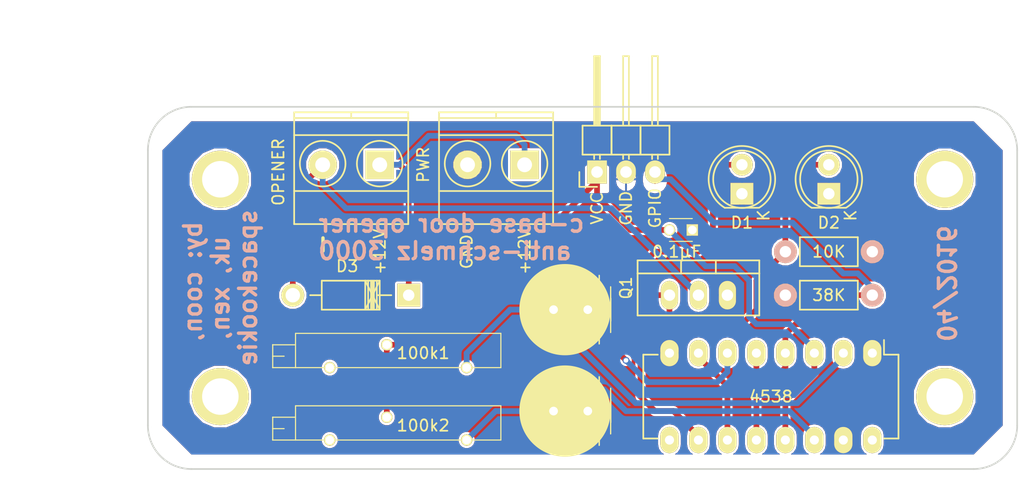
<source format=kicad_pcb>
(kicad_pcb (version 4) (host pcbnew 4.0.1-stable)

  (general
    (links 35)
    (no_connects 1)
    (area 100.254999 68.499999 176.605001 106.845)
    (thickness 1.6)
    (drawings 22)
    (tracks 109)
    (zones 0)
    (modules 19)
    (nets 11)
  )

  (page A4)
  (title_block
    (title "Tür Schloss")
    (date 2015-09-12)
    (rev 1)
  )

  (layers
    (0 F.Cu signal)
    (31 B.Cu signal)
    (32 B.Adhes user)
    (33 F.Adhes user)
    (34 B.Paste user)
    (35 F.Paste user)
    (36 B.SilkS user)
    (37 F.SilkS user)
    (38 B.Mask user)
    (39 F.Mask user)
    (40 Dwgs.User user)
    (41 Cmts.User user)
    (42 Eco1.User user)
    (43 Eco2.User user)
    (44 Edge.Cuts user)
    (45 Margin user)
    (46 B.CrtYd user)
    (47 F.CrtYd user)
    (48 B.Fab user)
    (49 F.Fab user)
  )

  (setup
    (last_trace_width 0.25)
    (user_trace_width 0.5)
    (trace_clearance 0.2)
    (zone_clearance 0.0108)
    (zone_45_only no)
    (trace_min 0.2)
    (segment_width 0.2)
    (edge_width 0.15)
    (via_size 0.6)
    (via_drill 0.4)
    (via_min_size 0.4)
    (via_min_drill 0.3)
    (uvia_size 0.3)
    (uvia_drill 0.1)
    (uvias_allowed no)
    (uvia_min_size 0.2)
    (uvia_min_drill 0.1)
    (pcb_text_width 0.3)
    (pcb_text_size 1.5 1.5)
    (mod_edge_width 0.15)
    (mod_text_size 1 1)
    (mod_text_width 0.15)
    (pad_size 1.524 1.524)
    (pad_drill 0.762)
    (pad_to_mask_clearance 0.2)
    (aux_axis_origin 0 0)
    (visible_elements 7FFEFFFF)
    (pcbplotparams
      (layerselection 0x00030_80000001)
      (usegerberextensions false)
      (excludeedgelayer true)
      (linewidth 0.100000)
      (plotframeref false)
      (viasonmask false)
      (mode 1)
      (useauxorigin false)
      (hpglpennumber 1)
      (hpglpenspeed 20)
      (hpglpendiameter 15)
      (hpglpenoverlay 2)
      (psnegative false)
      (psa4output false)
      (plotreference true)
      (plotvalue true)
      (plotinvisibletext false)
      (padsonsilk false)
      (subtractmaskfromsilk false)
      (outputformat 1)
      (mirror false)
      (drillshape 0)
      (scaleselection 1)
      (outputdirectory ""))
  )

  (net 0 "")
  (net 1 VCC)
  (net 2 GND)
  (net 3 "Net-(100k1-Pad1)")
  (net 4 "Net-(100k2-Pad1)")
  (net 5 "Net-(D1-Pad2)")
  (net 6 "Net-(D2-Pad2)")
  (net 7 "Net-(D3-Pad2)")
  (net 8 /+12V)
  (net 9 "Net-(U1-Pad11)")
  (net 10 "Net-(10k1-Pad2)")

  (net_class Default "This is the default net class."
    (clearance 0.2)
    (trace_width 0.25)
    (via_dia 0.6)
    (via_drill 0.4)
    (uvia_dia 0.3)
    (uvia_drill 0.1)
    (add_net /+12V)
    (add_net GND)
    (add_net "Net-(100k1-Pad1)")
    (add_net "Net-(100k2-Pad1)")
    (add_net "Net-(10k1-Pad2)")
    (add_net "Net-(D1-Pad2)")
    (add_net "Net-(D2-Pad2)")
    (add_net "Net-(D3-Pad2)")
    (add_net "Net-(U1-Pad11)")
    (add_net VCC)
  )

  (module Capacitors_ThroughHole:C_Disc_D3_P2.5 (layer F.Cu) (tedit 56FF315E) (tstamp 56FFCBC8)
    (at 148.05 84.455 180)
    (descr "Capacitor 3mm Disc, Pitch 2.5mm")
    (tags Capacitor)
    (path /55F44826)
    (fp_text reference 0.1µF (at 1.365 -1.905 180) (layer F.SilkS)
      (effects (font (size 1 1) (thickness 0.15)))
    )
    (fp_text value C (at 1 2 180) (layer F.Fab)
      (effects (font (size 1 1) (thickness 0.15)))
    )
    (fp_line (start 0 -1) (end 3 -1) (layer F.CrtYd) (width 0))
    (fp_line (start 3 -1) (end 3 1) (layer F.CrtYd) (width 0))
    (fp_line (start 3 1) (end 0 1) (layer F.CrtYd) (width 0))
    (fp_line (start 0 1) (end 0 -1) (layer F.CrtYd) (width 0))
    (fp_line (start 0 -1) (end 2 -1) (layer F.SilkS) (width 0))
    (fp_line (start 2 1) (end 0 1) (layer F.SilkS) (width 0))
    (pad 1 thru_hole rect (at 0 0 180) (size 1 1) (drill 0.762) (layers *.Cu *.Mask F.SilkS)
      (net 2 GND))
    (pad 2 thru_hole circle (at 2 0 180) (size 1 1) (drill 0.762) (layers *.Cu *.Mask F.SilkS)
      (net 1 VCC))
    (model Capacitors_ThroughHole.3dshapes/C_Disc_D3_P2.5.wrl
      (at (xyz 0 0 0))
      (scale (xyz 1 1 1))
      (rotate (xyz 0 0 0))
    )
  )

  (module Potentiometers:Potentiometer_Bourns_3006P_Angular_ScrewFront (layer F.Cu) (tedit 56FF2DC0) (tstamp 56FFCBD5)
    (at 128.27 96.52)
    (descr "3/4, Rectangular, Trimpot, Trimming, Potentiometer, Bourns, 3006")
    (tags "3/4, Rectangular, Trimpot, Trimming, Potentiometer, Bourns, 3006")
    (path /55F44A1F)
    (fp_text reference 100k1 (at -3.81 -1.27) (layer F.SilkS)
      (effects (font (size 1 1) (thickness 0.15)))
    )
    (fp_text value POT (at -6 3) (layer F.Fab)
      (effects (font (size 1 1) (thickness 0.15)))
    )
    (fp_line (start -17 -2) (end -17 -2) (layer F.SilkS) (width 0))
    (fp_line (start -17 -2) (end -17 -1) (layer F.SilkS) (width 0))
    (fp_line (start -17 -1) (end -17 0) (layer F.SilkS) (width 0))
    (fp_line (start -17 0) (end -17 0) (layer F.SilkS) (width 0))
    (fp_line (start -15 -2) (end -17 -2) (layer F.SilkS) (width 0))
    (fp_line (start -15 0) (end -17 0) (layer F.SilkS) (width 0))
    (fp_line (start -17 -1) (end -16 -1) (layer F.SilkS) (width 0))
    (fp_line (start -15 0) (end -15 -3) (layer F.SilkS) (width 0))
    (fp_line (start 3 0) (end 3 -3) (layer F.SilkS) (width 0))
    (fp_line (start -15 0) (end 3 0) (layer F.SilkS) (width 0))
    (fp_line (start 3 -3) (end -15 -3) (layer F.SilkS) (width 0))
    (pad 3 thru_hole circle (at -12 0) (size 1 1) (drill 0.762) (layers *.Cu *.Mask F.SilkS))
    (pad 2 thru_hole circle (at -7 -2) (size 1 1) (drill 0.762) (layers *.Cu *.Mask F.SilkS)
      (net 1 VCC))
    (pad 1 thru_hole circle (at 0 0) (size 1 1) (drill 0.762) (layers *.Cu *.Mask F.SilkS)
      (net 3 "Net-(100k1-Pad1)"))
    (model Potentiometers.3dshapes/Potentiometer_Bourns_3006P_Angular_ScrewFront.wrl
      (at (xyz 0 0 0))
      (scale (xyz 1 1 1))
      (rotate (xyz 0 0 0))
    )
  )

  (module Potentiometers:Potentiometer_Bourns_3006P_Angular_ScrewFront (layer F.Cu) (tedit 56FF2DC5) (tstamp 56FFCBDC)
    (at 128.27 102.87)
    (descr "3/4, Rectangular, Trimpot, Trimming, Potentiometer, Bourns, 3006")
    (tags "3/4, Rectangular, Trimpot, Trimming, Potentiometer, Bourns, 3006")
    (path /55F44975)
    (fp_text reference 100k2 (at -3.81 -1.27) (layer F.SilkS)
      (effects (font (size 1 1) (thickness 0.15)))
    )
    (fp_text value POT (at -6 3) (layer F.Fab)
      (effects (font (size 1 1) (thickness 0.15)))
    )
    (fp_line (start -17 -2) (end -17 -2) (layer F.SilkS) (width 0))
    (fp_line (start -17 -2) (end -17 -1) (layer F.SilkS) (width 0))
    (fp_line (start -17 -1) (end -17 0) (layer F.SilkS) (width 0))
    (fp_line (start -17 0) (end -17 0) (layer F.SilkS) (width 0))
    (fp_line (start -15 -2) (end -17 -2) (layer F.SilkS) (width 0))
    (fp_line (start -15 0) (end -17 0) (layer F.SilkS) (width 0))
    (fp_line (start -17 -1) (end -16 -1) (layer F.SilkS) (width 0))
    (fp_line (start -15 0) (end -15 -3) (layer F.SilkS) (width 0))
    (fp_line (start 3 0) (end 3 -3) (layer F.SilkS) (width 0))
    (fp_line (start -15 0) (end 3 0) (layer F.SilkS) (width 0))
    (fp_line (start 3 -3) (end -15 -3) (layer F.SilkS) (width 0))
    (pad 3 thru_hole circle (at -12 0) (size 1 1) (drill 0.762) (layers *.Cu *.Mask F.SilkS))
    (pad 2 thru_hole circle (at -7 -2) (size 1 1) (drill 0.762) (layers *.Cu *.Mask F.SilkS)
      (net 1 VCC))
    (pad 1 thru_hole circle (at 0 0) (size 1 1) (drill 0.762) (layers *.Cu *.Mask F.SilkS)
      (net 4 "Net-(100k2-Pad1)"))
    (model Potentiometers.3dshapes/Potentiometer_Bourns_3006P_Angular_ScrewFront.wrl
      (at (xyz 0 0 0))
      (scale (xyz 1 1 1))
      (rotate (xyz 0 0 0))
    )
  )

  (module Capacitors_ThroughHole:C_Radial_D8_L11.5_P3.5 (layer F.Cu) (tedit 56FF2DE6) (tstamp 56FFCBE2)
    (at 135.89 91.44)
    (descr "Radial Electrolytic Capacitor Diameter 8mm x Length 11.5mm, Pitch 3.5mm")
    (tags "Electrolytic Capacitor")
    (path /55F44426)
    (fp_text reference 220µF1 (at 1.27 -1.905) (layer F.SilkS)
      (effects (font (size 1 1) (thickness 0.15)))
    )
    (fp_text value CP (at 1 5) (layer F.Fab)
      (effects (font (size 1 1) (thickness 0.15)))
    )
    (fp_line (start 1 -3) (end 1 3) (layer F.SilkS) (width 0))
    (fp_line (start 1 -3) (end 1 3) (layer F.SilkS) (width 0))
    (fp_line (start 2 -3) (end 2 3) (layer F.SilkS) (width 0))
    (fp_line (start 2 -3) (end 2 3) (layer F.SilkS) (width 0))
    (fp_line (start 2 -3) (end 2 3) (layer F.SilkS) (width 0))
    (fp_line (start 2 -3) (end 2 0) (layer F.SilkS) (width 0))
    (fp_line (start 2 0) (end 2 3) (layer F.SilkS) (width 0))
    (fp_line (start 2 -3) (end 2 0) (layer F.SilkS) (width 0))
    (fp_line (start 2 0) (end 2 3) (layer F.SilkS) (width 0))
    (fp_line (start 2 -3) (end 2 0) (layer F.SilkS) (width 0))
    (fp_line (start 2 0) (end 2 3) (layer F.SilkS) (width 0))
    (fp_line (start 2 -3) (end 2 0) (layer F.SilkS) (width 0))
    (fp_line (start 2 0) (end 2 3) (layer F.SilkS) (width 0))
    (fp_line (start 3 -3) (end 3 0) (layer F.SilkS) (width 0))
    (fp_line (start 3 0) (end 3 3) (layer F.SilkS) (width 0))
    (fp_line (start 3 -3) (end 3 0) (layer F.SilkS) (width 0))
    (fp_line (start 3 0) (end 3 3) (layer F.SilkS) (width 0))
    (fp_line (start 3 -3) (end 3 0) (layer F.SilkS) (width 0))
    (fp_line (start 3 0) (end 3 3) (layer F.SilkS) (width 0))
    (fp_line (start 3 -3) (end 3 -1) (layer F.SilkS) (width 0))
    (fp_line (start 3 1) (end 3 3) (layer F.SilkS) (width 0))
    (fp_line (start 3 -3) (end 3 0) (layer F.SilkS) (width 0))
    (fp_line (start 3 0) (end 3 3) (layer F.SilkS) (width 0))
    (fp_line (start 3 -3) (end 3 0) (layer F.SilkS) (width 0))
    (fp_line (start 3 0) (end 3 3) (layer F.SilkS) (width 0))
    (fp_line (start 3 -3) (end 3 0) (layer F.SilkS) (width 0))
    (fp_line (start 3 0) (end 3 3) (layer F.SilkS) (width 0))
    (fp_line (start 4 -3) (end 4 0) (layer F.SilkS) (width 0))
    (fp_line (start 4 0) (end 4 3) (layer F.SilkS) (width 0))
    (fp_line (start 4 -3) (end 4 0) (layer F.SilkS) (width 0))
    (fp_line (start 4 0) (end 4 3) (layer F.SilkS) (width 0))
    (fp_line (start 4 -3) (end 4 0) (layer F.SilkS) (width 0))
    (fp_line (start 4 0) (end 4 3) (layer F.SilkS) (width 0))
    (fp_line (start 4 -2) (end 4 0) (layer F.SilkS) (width 0))
    (fp_line (start 4 0) (end 4 2) (layer F.SilkS) (width 0))
    (fp_line (start 4 -2) (end 4 2) (layer F.SilkS) (width 0))
    (fp_line (start 4 -2) (end 4 2) (layer F.SilkS) (width 0))
    (fp_line (start 4 -2) (end 4 2) (layer F.SilkS) (width 0))
    (fp_line (start 5 -2) (end 5 2) (layer F.SilkS) (width 0))
    (fp_line (start 5 -2) (end 5 2) (layer F.SilkS) (width 0))
    (fp_line (start 5 -1) (end 5 1) (layer F.SilkS) (width 0))
    (fp_line (start 5 -1) (end 5 1) (layer F.SilkS) (width 0))
    (fp_line (start 5 -1) (end 5 1) (layer F.SilkS) (width 0))
    (fp_line (start 5 0) (end 5 0) (layer F.SilkS) (width 0))
    (fp_circle (center 3 0) (end 3 -1) (layer F.SilkS) (width 0))
    (fp_circle (center 1 0) (end 1 -4) (layer F.SilkS) (width 0))
    (fp_circle (center 1 0) (end 1 -4) (layer F.CrtYd) (width 0))
    (pad 2 thru_hole circle (at 3 0) (size 1 1) (drill 0.762) (layers *.Cu *.Mask F.SilkS)
      (net 2 GND))
    (pad 1 thru_hole rect (at 0 0) (size 1 1) (drill 0.762) (layers *.Cu *.Mask F.SilkS)
      (net 3 "Net-(100k1-Pad1)"))
    (model Capacitors_ThroughHole.3dshapes/C_Radial_D8_L11.5_P3.5.wrl
      (at (xyz 0 0 0))
      (scale (xyz 1 1 1))
      (rotate (xyz 0 0 0))
    )
  )

  (module Capacitors_ThroughHole:C_Radial_D8_L11.5_P3.5 (layer F.Cu) (tedit 56FF2DD1) (tstamp 56FFCBE8)
    (at 135.89 100.33)
    (descr "Radial Electrolytic Capacitor Diameter 8mm x Length 11.5mm, Pitch 3.5mm")
    (tags "Electrolytic Capacitor")
    (path /55F4491C)
    (fp_text reference 220µF2 (at 0.635 -1.905) (layer F.SilkS)
      (effects (font (size 1 1) (thickness 0.15)))
    )
    (fp_text value CP (at 1 5) (layer F.Fab)
      (effects (font (size 1 1) (thickness 0.15)))
    )
    (fp_line (start 1 -3) (end 1 3) (layer F.SilkS) (width 0))
    (fp_line (start 1 -3) (end 1 3) (layer F.SilkS) (width 0))
    (fp_line (start 2 -3) (end 2 3) (layer F.SilkS) (width 0))
    (fp_line (start 2 -3) (end 2 3) (layer F.SilkS) (width 0))
    (fp_line (start 2 -3) (end 2 3) (layer F.SilkS) (width 0))
    (fp_line (start 2 -3) (end 2 0) (layer F.SilkS) (width 0))
    (fp_line (start 2 0) (end 2 3) (layer F.SilkS) (width 0))
    (fp_line (start 2 -3) (end 2 0) (layer F.SilkS) (width 0))
    (fp_line (start 2 0) (end 2 3) (layer F.SilkS) (width 0))
    (fp_line (start 2 -3) (end 2 0) (layer F.SilkS) (width 0))
    (fp_line (start 2 0) (end 2 3) (layer F.SilkS) (width 0))
    (fp_line (start 2 -3) (end 2 0) (layer F.SilkS) (width 0))
    (fp_line (start 2 0) (end 2 3) (layer F.SilkS) (width 0))
    (fp_line (start 3 -3) (end 3 0) (layer F.SilkS) (width 0))
    (fp_line (start 3 0) (end 3 3) (layer F.SilkS) (width 0))
    (fp_line (start 3 -3) (end 3 0) (layer F.SilkS) (width 0))
    (fp_line (start 3 0) (end 3 3) (layer F.SilkS) (width 0))
    (fp_line (start 3 -3) (end 3 0) (layer F.SilkS) (width 0))
    (fp_line (start 3 0) (end 3 3) (layer F.SilkS) (width 0))
    (fp_line (start 3 -3) (end 3 -1) (layer F.SilkS) (width 0))
    (fp_line (start 3 1) (end 3 3) (layer F.SilkS) (width 0))
    (fp_line (start 3 -3) (end 3 0) (layer F.SilkS) (width 0))
    (fp_line (start 3 0) (end 3 3) (layer F.SilkS) (width 0))
    (fp_line (start 3 -3) (end 3 0) (layer F.SilkS) (width 0))
    (fp_line (start 3 0) (end 3 3) (layer F.SilkS) (width 0))
    (fp_line (start 3 -3) (end 3 0) (layer F.SilkS) (width 0))
    (fp_line (start 3 0) (end 3 3) (layer F.SilkS) (width 0))
    (fp_line (start 4 -3) (end 4 0) (layer F.SilkS) (width 0))
    (fp_line (start 4 0) (end 4 3) (layer F.SilkS) (width 0))
    (fp_line (start 4 -3) (end 4 0) (layer F.SilkS) (width 0))
    (fp_line (start 4 0) (end 4 3) (layer F.SilkS) (width 0))
    (fp_line (start 4 -3) (end 4 0) (layer F.SilkS) (width 0))
    (fp_line (start 4 0) (end 4 3) (layer F.SilkS) (width 0))
    (fp_line (start 4 -2) (end 4 0) (layer F.SilkS) (width 0))
    (fp_line (start 4 0) (end 4 2) (layer F.SilkS) (width 0))
    (fp_line (start 4 -2) (end 4 2) (layer F.SilkS) (width 0))
    (fp_line (start 4 -2) (end 4 2) (layer F.SilkS) (width 0))
    (fp_line (start 4 -2) (end 4 2) (layer F.SilkS) (width 0))
    (fp_line (start 5 -2) (end 5 2) (layer F.SilkS) (width 0))
    (fp_line (start 5 -2) (end 5 2) (layer F.SilkS) (width 0))
    (fp_line (start 5 -1) (end 5 1) (layer F.SilkS) (width 0))
    (fp_line (start 5 -1) (end 5 1) (layer F.SilkS) (width 0))
    (fp_line (start 5 -1) (end 5 1) (layer F.SilkS) (width 0))
    (fp_line (start 5 0) (end 5 0) (layer F.SilkS) (width 0))
    (fp_circle (center 3 0) (end 3 -1) (layer F.SilkS) (width 0))
    (fp_circle (center 1 0) (end 1 -4) (layer F.SilkS) (width 0))
    (fp_circle (center 1 0) (end 1 -4) (layer F.CrtYd) (width 0))
    (pad 2 thru_hole circle (at 3 0) (size 1 1) (drill 0.762) (layers *.Cu *.Mask F.SilkS)
      (net 2 GND))
    (pad 1 thru_hole rect (at 0 0) (size 1 1) (drill 0.762) (layers *.Cu *.Mask F.SilkS)
      (net 4 "Net-(100k2-Pad1)"))
    (model Capacitors_ThroughHole.3dshapes/C_Radial_D8_L11.5_P3.5.wrl
      (at (xyz 0 0 0))
      (scale (xyz 1 1 1))
      (rotate (xyz 0 0 0))
    )
  )

  (module LEDs:LED-5MM (layer F.Cu) (tedit 56FF2D76) (tstamp 56FFCBF4)
    (at 152.4 81.28 90)
    (descr "LED 5mm round vertical")
    (tags "LED 5mm round vertical")
    (path /55F447FE)
    (fp_text reference D1 (at -2.54 0 180) (layer F.SilkS)
      (effects (font (size 1 1) (thickness 0.15)))
    )
    (fp_text value LED (at 1.524 -3.937 90) (layer F.Fab)
      (effects (font (size 1 1) (thickness 0.15)))
    )
    (fp_line (start -1.5 -1.55) (end -1.5 1.55) (layer F.CrtYd) (width 0.05))
    (fp_arc (start 1.3 0) (end -1.5 1.55) (angle -302) (layer F.CrtYd) (width 0.05))
    (fp_arc (start 1.27 0) (end -1.23 -1.5) (angle 297.5) (layer F.SilkS) (width 0.15))
    (fp_line (start -1.23 1.5) (end -1.23 -1.5) (layer F.SilkS) (width 0.15))
    (fp_circle (center 1.27 0) (end 0.97 -2.5) (layer F.SilkS) (width 0.15))
    (fp_text user K (at -1.905 1.905 90) (layer F.SilkS)
      (effects (font (size 1 1) (thickness 0.15)))
    )
    (pad 1 thru_hole rect (at 0 0 180) (size 2 1.9) (drill 1.00076) (layers *.Cu *.Mask F.SilkS)
      (net 2 GND))
    (pad 2 thru_hole circle (at 2.54 0 90) (size 1.9 1.9) (drill 1.00076) (layers *.Cu *.Mask F.SilkS)
      (net 5 "Net-(D1-Pad2)"))
    (model LEDs.3dshapes/LED-5MM.wrl
      (at (xyz 0.05 0 0))
      (scale (xyz 1 1 1))
      (rotate (xyz 0 0 90))
    )
  )

  (module LEDs:LED-5MM (layer F.Cu) (tedit 56FF2D79) (tstamp 56FFCC00)
    (at 160.02 81.28 90)
    (descr "LED 5mm round vertical")
    (tags "LED 5mm round vertical")
    (path /55F44787)
    (fp_text reference D2 (at -2.54 0 180) (layer F.SilkS)
      (effects (font (size 1 1) (thickness 0.15)))
    )
    (fp_text value LED (at 1.524 -3.937 90) (layer F.Fab)
      (effects (font (size 1 1) (thickness 0.15)))
    )
    (fp_line (start -1.5 -1.55) (end -1.5 1.55) (layer F.CrtYd) (width 0.05))
    (fp_arc (start 1.3 0) (end -1.5 1.55) (angle -302) (layer F.CrtYd) (width 0.05))
    (fp_arc (start 1.27 0) (end -1.23 -1.5) (angle 297.5) (layer F.SilkS) (width 0.15))
    (fp_line (start -1.23 1.5) (end -1.23 -1.5) (layer F.SilkS) (width 0.15))
    (fp_circle (center 1.27 0) (end 0.97 -2.5) (layer F.SilkS) (width 0.15))
    (fp_text user K (at -1.905 1.905 90) (layer F.SilkS)
      (effects (font (size 1 1) (thickness 0.15)))
    )
    (pad 1 thru_hole rect (at 0 0 180) (size 2 1.9) (drill 1.00076) (layers *.Cu *.Mask F.SilkS)
      (net 2 GND))
    (pad 2 thru_hole circle (at 2.54 0 90) (size 1.9 1.9) (drill 1.00076) (layers *.Cu *.Mask F.SilkS)
      (net 6 "Net-(D2-Pad2)"))
    (model LEDs.3dshapes/LED-5MM.wrl
      (at (xyz 0.05 0 0))
      (scale (xyz 1 1 1))
      (rotate (xyz 0 0 90))
    )
  )

  (module Diodes_ThroughHole:Diode_DO-41_SOD81_Horizontal_RM10 (layer F.Cu) (tedit 552FFCCE) (tstamp 56FFCC14)
    (at 123.19 90.17 180)
    (descr "Diode, DO-41, SOD81, Horizontal, RM 10mm,")
    (tags "Diode, DO-41, SOD81, Horizontal, RM 10mm, 1N4007, SB140,")
    (path /55F4E991)
    (fp_text reference D3 (at 5.38734 2.53746 180) (layer F.SilkS)
      (effects (font (size 1 1) (thickness 0.15)))
    )
    (fp_text value D (at 4.37134 -3.55854 180) (layer F.Fab)
      (effects (font (size 1 1) (thickness 0.15)))
    )
    (fp_line (start 7.62 -0.00254) (end 8.636 -0.00254) (layer F.SilkS) (width 0.15))
    (fp_line (start 2.794 -0.00254) (end 1.524 -0.00254) (layer F.SilkS) (width 0.15))
    (fp_line (start 3.048 -1.27254) (end 3.048 1.26746) (layer F.SilkS) (width 0.15))
    (fp_line (start 3.302 -1.27254) (end 3.302 1.26746) (layer F.SilkS) (width 0.15))
    (fp_line (start 3.556 -1.27254) (end 3.556 1.26746) (layer F.SilkS) (width 0.15))
    (fp_line (start 2.794 -1.27254) (end 2.794 1.26746) (layer F.SilkS) (width 0.15))
    (fp_line (start 3.81 -1.27254) (end 2.54 1.26746) (layer F.SilkS) (width 0.15))
    (fp_line (start 2.54 -1.27254) (end 3.81 1.26746) (layer F.SilkS) (width 0.15))
    (fp_line (start 3.81 -1.27254) (end 3.81 1.26746) (layer F.SilkS) (width 0.15))
    (fp_line (start 3.175 -1.27254) (end 3.175 1.26746) (layer F.SilkS) (width 0.15))
    (fp_line (start 2.54 1.26746) (end 2.54 -1.27254) (layer F.SilkS) (width 0.15))
    (fp_line (start 2.54 -1.27254) (end 7.62 -1.27254) (layer F.SilkS) (width 0.15))
    (fp_line (start 7.62 -1.27254) (end 7.62 1.26746) (layer F.SilkS) (width 0.15))
    (fp_line (start 7.62 1.26746) (end 2.54 1.26746) (layer F.SilkS) (width 0.15))
    (pad 2 thru_hole circle (at 10.16 -0.00254) (size 1.99898 1.99898) (drill 1.27) (layers *.Cu *.Mask F.SilkS)
      (net 7 "Net-(D3-Pad2)"))
    (pad 1 thru_hole rect (at 0 -0.00254) (size 1.99898 1.99898) (drill 1.00076) (layers *.Cu *.Mask F.SilkS)
      (net 8 /+12V))
  )

  (module Pin_Headers:Pin_Header_Angled_1x03 (layer F.Cu) (tedit 56FF2E49) (tstamp 56FFCC41)
    (at 139.7 79.375 90)
    (descr "Through hole pin header")
    (tags "pin header")
    (path /55F46434)
    (fp_text reference P1 (at 1.905 -2.54 90) (layer F.SilkS) hide
      (effects (font (size 1 1) (thickness 0.15)))
    )
    (fp_text value CONN_01X03 (at 0 -3.1 90) (layer F.Fab)
      (effects (font (size 1 1) (thickness 0.15)))
    )
    (fp_line (start -1.5 -1.75) (end -1.5 6.85) (layer F.CrtYd) (width 0.05))
    (fp_line (start 10.65 -1.75) (end 10.65 6.85) (layer F.CrtYd) (width 0.05))
    (fp_line (start -1.5 -1.75) (end 10.65 -1.75) (layer F.CrtYd) (width 0.05))
    (fp_line (start -1.5 6.85) (end 10.65 6.85) (layer F.CrtYd) (width 0.05))
    (fp_line (start -1.3 -1.55) (end -1.3 0) (layer F.SilkS) (width 0.15))
    (fp_line (start 0 -1.55) (end -1.3 -1.55) (layer F.SilkS) (width 0.15))
    (fp_line (start 4.191 -0.127) (end 10.033 -0.127) (layer F.SilkS) (width 0.15))
    (fp_line (start 10.033 -0.127) (end 10.033 0.127) (layer F.SilkS) (width 0.15))
    (fp_line (start 10.033 0.127) (end 4.191 0.127) (layer F.SilkS) (width 0.15))
    (fp_line (start 4.191 0.127) (end 4.191 0) (layer F.SilkS) (width 0.15))
    (fp_line (start 4.191 0) (end 10.033 0) (layer F.SilkS) (width 0.15))
    (fp_line (start 1.524 -0.254) (end 1.143 -0.254) (layer F.SilkS) (width 0.15))
    (fp_line (start 1.524 0.254) (end 1.143 0.254) (layer F.SilkS) (width 0.15))
    (fp_line (start 1.524 2.286) (end 1.143 2.286) (layer F.SilkS) (width 0.15))
    (fp_line (start 1.524 2.794) (end 1.143 2.794) (layer F.SilkS) (width 0.15))
    (fp_line (start 1.524 4.826) (end 1.143 4.826) (layer F.SilkS) (width 0.15))
    (fp_line (start 1.524 5.334) (end 1.143 5.334) (layer F.SilkS) (width 0.15))
    (fp_line (start 4.064 1.27) (end 4.064 -1.27) (layer F.SilkS) (width 0.15))
    (fp_line (start 10.16 0.254) (end 4.064 0.254) (layer F.SilkS) (width 0.15))
    (fp_line (start 10.16 -0.254) (end 10.16 0.254) (layer F.SilkS) (width 0.15))
    (fp_line (start 4.064 -0.254) (end 10.16 -0.254) (layer F.SilkS) (width 0.15))
    (fp_line (start 1.524 1.27) (end 4.064 1.27) (layer F.SilkS) (width 0.15))
    (fp_line (start 1.524 -1.27) (end 1.524 1.27) (layer F.SilkS) (width 0.15))
    (fp_line (start 1.524 -1.27) (end 4.064 -1.27) (layer F.SilkS) (width 0.15))
    (fp_line (start 1.524 3.81) (end 4.064 3.81) (layer F.SilkS) (width 0.15))
    (fp_line (start 1.524 3.81) (end 1.524 6.35) (layer F.SilkS) (width 0.15))
    (fp_line (start 4.064 4.826) (end 10.16 4.826) (layer F.SilkS) (width 0.15))
    (fp_line (start 10.16 4.826) (end 10.16 5.334) (layer F.SilkS) (width 0.15))
    (fp_line (start 10.16 5.334) (end 4.064 5.334) (layer F.SilkS) (width 0.15))
    (fp_line (start 4.064 6.35) (end 4.064 3.81) (layer F.SilkS) (width 0.15))
    (fp_line (start 4.064 3.81) (end 4.064 1.27) (layer F.SilkS) (width 0.15))
    (fp_line (start 10.16 2.794) (end 4.064 2.794) (layer F.SilkS) (width 0.15))
    (fp_line (start 10.16 2.286) (end 10.16 2.794) (layer F.SilkS) (width 0.15))
    (fp_line (start 4.064 2.286) (end 10.16 2.286) (layer F.SilkS) (width 0.15))
    (fp_line (start 1.524 3.81) (end 4.064 3.81) (layer F.SilkS) (width 0.15))
    (fp_line (start 1.524 1.27) (end 1.524 3.81) (layer F.SilkS) (width 0.15))
    (fp_line (start 1.524 1.27) (end 4.064 1.27) (layer F.SilkS) (width 0.15))
    (fp_line (start 1.524 6.35) (end 4.064 6.35) (layer F.SilkS) (width 0.15))
    (pad 1 thru_hole rect (at 0 0 90) (size 2.032 1.7272) (drill 1.016) (layers *.Cu *.Mask F.SilkS)
      (net 1 VCC))
    (pad 2 thru_hole oval (at 0 2.54 90) (size 2.032 1.7272) (drill 1.016) (layers *.Cu *.Mask F.SilkS)
      (net 2 GND))
    (pad 3 thru_hole oval (at 0 5.08 90) (size 2.032 1.7272) (drill 1.016) (layers *.Cu *.Mask F.SilkS)
      (net 10 "Net-(10k1-Pad2)"))
    (model Pin_Headers.3dshapes/Pin_Header_Angled_1x03.wrl
      (at (xyz 0 -0.1 0))
      (scale (xyz 1 1 1))
      (rotate (xyz 0 0 90))
    )
  )

  (module Terminal_Blocks:TerminalBlock_Pheonix_MKDS1.5-2pol (layer F.Cu) (tedit 56FF2E3C) (tstamp 56FFCC47)
    (at 120.65 78.74 180)
    (descr "2-way 5mm pitch terminal block, Phoenix MKDS series")
    (path /55F4D3D8)
    (fp_text reference P2 (at 2.54 -6.35 180) (layer F.SilkS) hide
      (effects (font (size 1 1) (thickness 0.15)))
    )
    (fp_text value CONN_01X02 (at 2.5 -6.6 180) (layer F.Fab)
      (effects (font (size 1 1) (thickness 0.15)))
    )
    (fp_line (start -2.7 -5.4) (end 7.7 -5.4) (layer F.CrtYd) (width 0.05))
    (fp_line (start -2.7 4.8) (end -2.7 -5.4) (layer F.CrtYd) (width 0.05))
    (fp_line (start 7.7 4.8) (end -2.7 4.8) (layer F.CrtYd) (width 0.05))
    (fp_line (start 7.7 -5.4) (end 7.7 4.8) (layer F.CrtYd) (width 0.05))
    (fp_line (start 2.5 4.1) (end 2.5 4.6) (layer F.SilkS) (width 0.15))
    (fp_circle (center 5 0.1) (end 3 0.1) (layer F.SilkS) (width 0.15))
    (fp_circle (center 0 0.1) (end 2 0.1) (layer F.SilkS) (width 0.15))
    (fp_line (start -2.5 2.6) (end 7.5 2.6) (layer F.SilkS) (width 0.15))
    (fp_line (start -2.5 -2.3) (end 7.5 -2.3) (layer F.SilkS) (width 0.15))
    (fp_line (start -2.5 4.1) (end 7.5 4.1) (layer F.SilkS) (width 0.15))
    (fp_line (start -2.5 4.6) (end 7.5 4.6) (layer F.SilkS) (width 0.15))
    (fp_line (start 7.5 4.6) (end 7.5 -5.2) (layer F.SilkS) (width 0.15))
    (fp_line (start 7.5 -5.2) (end -2.5 -5.2) (layer F.SilkS) (width 0.15))
    (fp_line (start -2.5 -5.2) (end -2.5 4.6) (layer F.SilkS) (width 0.15))
    (pad 1 thru_hole rect (at 0 0 180) (size 2.5 2.5) (drill 1.3) (layers *.Cu *.Mask F.SilkS)
      (net 8 /+12V))
    (pad 2 thru_hole circle (at 5 0 180) (size 2.5 2.5) (drill 1.3) (layers *.Cu *.Mask F.SilkS)
      (net 7 "Net-(D3-Pad2)"))
    (model Terminal_Blocks.3dshapes/TerminalBlock_Pheonix_MKDS1.5-2pol.wrl
      (at (xyz 0.0984 0 0))
      (scale (xyz 1 1 1))
      (rotate (xyz 0 0 0))
    )
  )

  (module Terminal_Blocks:TerminalBlock_Pheonix_MKDS1.5-2pol (layer F.Cu) (tedit 56FF2E42) (tstamp 56FFCC4D)
    (at 133.35 78.74 180)
    (descr "2-way 5mm pitch terminal block, Phoenix MKDS series")
    (path /55F4DA64)
    (fp_text reference P3 (at 2.54 -6.35 180) (layer F.SilkS) hide
      (effects (font (size 1 1) (thickness 0.15)))
    )
    (fp_text value CONN_01X02 (at 2.5 -6.6 180) (layer F.Fab)
      (effects (font (size 1 1) (thickness 0.15)))
    )
    (fp_line (start -2.7 -5.4) (end 7.7 -5.4) (layer F.CrtYd) (width 0.05))
    (fp_line (start -2.7 4.8) (end -2.7 -5.4) (layer F.CrtYd) (width 0.05))
    (fp_line (start 7.7 4.8) (end -2.7 4.8) (layer F.CrtYd) (width 0.05))
    (fp_line (start 7.7 -5.4) (end 7.7 4.8) (layer F.CrtYd) (width 0.05))
    (fp_line (start 2.5 4.1) (end 2.5 4.6) (layer F.SilkS) (width 0.15))
    (fp_circle (center 5 0.1) (end 3 0.1) (layer F.SilkS) (width 0.15))
    (fp_circle (center 0 0.1) (end 2 0.1) (layer F.SilkS) (width 0.15))
    (fp_line (start -2.5 2.6) (end 7.5 2.6) (layer F.SilkS) (width 0.15))
    (fp_line (start -2.5 -2.3) (end 7.5 -2.3) (layer F.SilkS) (width 0.15))
    (fp_line (start -2.5 4.1) (end 7.5 4.1) (layer F.SilkS) (width 0.15))
    (fp_line (start -2.5 4.6) (end 7.5 4.6) (layer F.SilkS) (width 0.15))
    (fp_line (start 7.5 4.6) (end 7.5 -5.2) (layer F.SilkS) (width 0.15))
    (fp_line (start 7.5 -5.2) (end -2.5 -5.2) (layer F.SilkS) (width 0.15))
    (fp_line (start -2.5 -5.2) (end -2.5 4.6) (layer F.SilkS) (width 0.15))
    (pad 1 thru_hole rect (at 0 0 180) (size 2.5 2.5) (drill 1.3) (layers *.Cu *.Mask F.SilkS)
      (net 8 /+12V))
    (pad 2 thru_hole circle (at 5 0 180) (size 2.5 2.5) (drill 1.3) (layers *.Cu *.Mask F.SilkS)
      (net 2 GND))
    (model Terminal_Blocks.3dshapes/TerminalBlock_Pheonix_MKDS1.5-2pol.wrl
      (at (xyz 0.0984 0 0))
      (scale (xyz 1 1 1))
      (rotate (xyz 0 0 0))
    )
  )

  (module TO_SOT_Packages_THT:TO-220_Neutral123_Vertical (layer F.Cu) (tedit 56FF2D85) (tstamp 56FFCC5E)
    (at 148.59 90.17)
    (descr "TO-220, Neutral, Vertical,")
    (tags "TO-220, Neutral, Vertical,")
    (path /55F4A2D1)
    (fp_text reference Q1 (at -6.35 -0.635 90) (layer F.SilkS)
      (effects (font (size 1 1) (thickness 0.15)))
    )
    (fp_text value Q_NMOS_GDS (at 0 3.81) (layer F.Fab)
      (effects (font (size 1 1) (thickness 0.15)))
    )
    (fp_line (start -1.524 -3.048) (end -1.524 -1.905) (layer F.SilkS) (width 0.15))
    (fp_line (start 1.524 -3.048) (end 1.524 -1.905) (layer F.SilkS) (width 0.15))
    (fp_line (start 5.334 -1.905) (end 5.334 1.778) (layer F.SilkS) (width 0.15))
    (fp_line (start 5.334 1.778) (end -5.334 1.778) (layer F.SilkS) (width 0.15))
    (fp_line (start -5.334 1.778) (end -5.334 -1.905) (layer F.SilkS) (width 0.15))
    (fp_line (start 5.334 -3.048) (end 5.334 -1.905) (layer F.SilkS) (width 0.15))
    (fp_line (start 5.334 -1.905) (end -5.334 -1.905) (layer F.SilkS) (width 0.15))
    (fp_line (start -5.334 -1.905) (end -5.334 -3.048) (layer F.SilkS) (width 0.15))
    (fp_line (start 0 -3.048) (end -5.334 -3.048) (layer F.SilkS) (width 0.15))
    (fp_line (start 0 -3.048) (end 5.334 -3.048) (layer F.SilkS) (width 0.15))
    (pad 2 thru_hole oval (at 0 0 90) (size 2.49936 1.50114) (drill 1.00076) (layers *.Cu *.Mask F.SilkS)
      (net 7 "Net-(D3-Pad2)"))
    (pad 1 thru_hole oval (at -2.54 0 90) (size 2.49936 1.50114) (drill 1.00076) (layers *.Cu *.Mask F.SilkS)
      (net 6 "Net-(D2-Pad2)"))
    (pad 3 thru_hole oval (at 2.54 0 90) (size 2.49936 1.50114) (drill 1.00076) (layers *.Cu *.Mask F.SilkS)
      (net 2 GND))
    (model TO_SOT_Packages_THT.3dshapes/TO-220_Neutral123_Vertical.wrl
      (at (xyz 0 0 0))
      (scale (xyz 0.3937 0.3937 0.3937))
      (rotate (xyz 0 0 0))
    )
  )

  (module Housings_DIP:DIP-16_W7.62mm_LongPads (layer F.Cu) (tedit 56FF2CF8) (tstamp 56FFCC83)
    (at 163.83 95.25 270)
    (descr "16-lead dip package, row spacing 7.62 mm (300 mils), longer pads")
    (tags "dil dip 2.54 300")
    (path /55F4439A)
    (fp_text reference 4538 (at 3.81 8.89 360) (layer F.SilkS)
      (effects (font (size 1 1) (thickness 0.15)))
    )
    (fp_text value 4538 (at 0 -3.72 270) (layer F.Fab)
      (effects (font (size 1 1) (thickness 0.15)))
    )
    (fp_line (start -1.4 -2.45) (end -1.4 20.25) (layer F.CrtYd) (width 0.05))
    (fp_line (start 9 -2.45) (end 9 20.25) (layer F.CrtYd) (width 0.05))
    (fp_line (start -1.4 -2.45) (end 9 -2.45) (layer F.CrtYd) (width 0.05))
    (fp_line (start -1.4 20.25) (end 9 20.25) (layer F.CrtYd) (width 0.05))
    (fp_line (start 0.135 -2.295) (end 0.135 -1.025) (layer F.SilkS) (width 0.15))
    (fp_line (start 7.485 -2.295) (end 7.485 -1.025) (layer F.SilkS) (width 0.15))
    (fp_line (start 7.485 20.075) (end 7.485 18.805) (layer F.SilkS) (width 0.15))
    (fp_line (start 0.135 20.075) (end 0.135 18.805) (layer F.SilkS) (width 0.15))
    (fp_line (start 0.135 -2.295) (end 7.485 -2.295) (layer F.SilkS) (width 0.15))
    (fp_line (start 0.135 20.075) (end 7.485 20.075) (layer F.SilkS) (width 0.15))
    (fp_line (start 0.135 -1.025) (end -1.15 -1.025) (layer F.SilkS) (width 0.15))
    (pad 1 thru_hole oval (at 0 0 270) (size 2.3 1.6) (drill 0.8) (layers *.Cu *.Mask F.SilkS)
      (net 2 GND))
    (pad 2 thru_hole oval (at 0 2.54 270) (size 2.3 1.6) (drill 0.8) (layers *.Cu *.Mask F.SilkS)
      (net 3 "Net-(100k1-Pad1)"))
    (pad 3 thru_hole oval (at 0 5.08 270) (size 2.3 1.6) (drill 0.8) (layers *.Cu *.Mask F.SilkS)
      (net 1 VCC))
    (pad 4 thru_hole oval (at 0 7.62 270) (size 2.3 1.6) (drill 0.8) (layers *.Cu *.Mask F.SilkS)
      (net 10 "Net-(10k1-Pad2)"))
    (pad 5 thru_hole oval (at 0 10.16 270) (size 2.3 1.6) (drill 0.8) (layers *.Cu *.Mask F.SilkS)
      (net 9 "Net-(U1-Pad11)"))
    (pad 6 thru_hole oval (at 0 12.7 270) (size 2.3 1.6) (drill 0.8) (layers *.Cu *.Mask F.SilkS)
      (net 5 "Net-(D1-Pad2)"))
    (pad 7 thru_hole oval (at 0 15.24 270) (size 2.3 1.6) (drill 0.8) (layers *.Cu *.Mask F.SilkS)
      (net 9 "Net-(U1-Pad11)"))
    (pad 8 thru_hole oval (at 0 17.78 270) (size 2.3 1.6) (drill 0.8) (layers *.Cu *.Mask F.SilkS)
      (net 2 GND))
    (pad 9 thru_hole oval (at 7.62 17.78 270) (size 2.3 1.6) (drill 0.8) (layers *.Cu *.Mask F.SilkS))
    (pad 10 thru_hole oval (at 7.62 15.24 270) (size 2.3 1.6) (drill 0.8) (layers *.Cu *.Mask F.SilkS)
      (net 6 "Net-(D2-Pad2)"))
    (pad 11 thru_hole oval (at 7.62 12.7 270) (size 2.3 1.6) (drill 0.8) (layers *.Cu *.Mask F.SilkS)
      (net 9 "Net-(U1-Pad11)"))
    (pad 12 thru_hole oval (at 7.62 10.16 270) (size 2.3 1.6) (drill 0.8) (layers *.Cu *.Mask F.SilkS)
      (net 10 "Net-(10k1-Pad2)"))
    (pad 13 thru_hole oval (at 7.62 7.62 270) (size 2.3 1.6) (drill 0.8) (layers *.Cu *.Mask F.SilkS)
      (net 1 VCC))
    (pad 14 thru_hole oval (at 7.62 5.08 270) (size 2.3 1.6) (drill 0.8) (layers *.Cu *.Mask F.SilkS)
      (net 4 "Net-(100k2-Pad1)"))
    (pad 15 thru_hole oval (at 7.62 2.54 270) (size 2.3 1.6) (drill 0.8) (layers *.Cu *.Mask F.SilkS)
      (net 2 GND))
    (pad 16 thru_hole oval (at 7.62 0 270) (size 2.3 1.6) (drill 0.8) (layers *.Cu *.Mask F.SilkS)
      (net 1 VCC))
    (model Housings_DIP.3dshapes/DIP-16_W7.62mm_LongPads.wrl
      (at (xyz 0 0 0))
      (scale (xyz 1 1 1))
      (rotate (xyz 0 0 0))
    )
  )

  (module Resistors_ThroughHole:Resistor_Horizontal_RM7mm (layer F.Cu) (tedit 56FF308C) (tstamp 57005C59)
    (at 156.21 90.17)
    (descr "Resistor, Axial,  RM 7.62mm, 1/3W,")
    (tags "Resistor Axial RM 7.62mm 1/3W R3")
    (path /55F44A61)
    (fp_text reference 10K (at 3.81 -3.81) (layer F.SilkS)
      (effects (font (size 1 1) (thickness 0.15)))
    )
    (fp_text value R (at 3.81 3.81) (layer F.Fab)
      (effects (font (size 1 1) (thickness 0.15)))
    )
    (fp_line (start -1.25 -1.5) (end 8.85 -1.5) (layer F.CrtYd) (width 0.05))
    (fp_line (start -1.25 1.5) (end -1.25 -1.5) (layer F.CrtYd) (width 0.05))
    (fp_line (start 8.85 -1.5) (end 8.85 1.5) (layer F.CrtYd) (width 0.05))
    (fp_line (start -1.25 1.5) (end 8.85 1.5) (layer F.CrtYd) (width 0.05))
    (fp_line (start 1.27 -1.27) (end 6.35 -1.27) (layer F.SilkS) (width 0.15))
    (fp_line (start 6.35 -1.27) (end 6.35 1.27) (layer F.SilkS) (width 0.15))
    (fp_line (start 6.35 1.27) (end 1.27 1.27) (layer F.SilkS) (width 0.15))
    (fp_line (start 1.27 1.27) (end 1.27 -1.27) (layer F.SilkS) (width 0.15))
    (pad 1 thru_hole circle (at 0 0) (size 1.99898 1.99898) (drill 1.00076) (layers *.Cu *.SilkS *.Mask)
      (net 2 GND))
    (pad 2 thru_hole circle (at 7.62 0) (size 1.99898 1.99898) (drill 1.00076) (layers *.Cu *.SilkS *.Mask)
      (net 10 "Net-(10k1-Pad2)"))
  )

  (module Resistors_ThroughHole:Resistor_Horizontal_RM7mm (layer F.Cu) (tedit 56FF3091) (tstamp 57005C5E)
    (at 163.83 86.36 180)
    (descr "Resistor, Axial,  RM 7.62mm, 1/3W,")
    (tags "Resistor Axial RM 7.62mm 1/3W R3")
    (path /55F4C1C3)
    (fp_text reference 38K (at 3.81 -3.81 180) (layer F.SilkS)
      (effects (font (size 1 1) (thickness 0.15)))
    )
    (fp_text value 38k (at 3.81 3.81 180) (layer F.Fab)
      (effects (font (size 1 1) (thickness 0.15)))
    )
    (fp_line (start -1.25 -1.5) (end 8.85 -1.5) (layer F.CrtYd) (width 0.05))
    (fp_line (start -1.25 1.5) (end -1.25 -1.5) (layer F.CrtYd) (width 0.05))
    (fp_line (start 8.85 -1.5) (end 8.85 1.5) (layer F.CrtYd) (width 0.05))
    (fp_line (start -1.25 1.5) (end 8.85 1.5) (layer F.CrtYd) (width 0.05))
    (fp_line (start 1.27 -1.27) (end 6.35 -1.27) (layer F.SilkS) (width 0.15))
    (fp_line (start 6.35 -1.27) (end 6.35 1.27) (layer F.SilkS) (width 0.15))
    (fp_line (start 6.35 1.27) (end 1.27 1.27) (layer F.SilkS) (width 0.15))
    (fp_line (start 1.27 1.27) (end 1.27 -1.27) (layer F.SilkS) (width 0.15))
    (pad 1 thru_hole circle (at 0 0 180) (size 1.99898 1.99898) (drill 1.00076) (layers *.Cu *.SilkS *.Mask)
      (net 2 GND))
    (pad 2 thru_hole circle (at 7.62 0 180) (size 1.99898 1.99898) (drill 1.00076) (layers *.Cu *.SilkS *.Mask)
      (net 6 "Net-(D2-Pad2)"))
  )

  (module Mounting_Holes:M3_hole (layer F.Cu) (tedit 56FF2C55) (tstamp 57017294)
    (at 170.18 80.01)
    (descr "module 1 pin (ou trou mecanique de percage)")
    (tags DEV)
    (fp_text reference REF** (at 0 -3.048) (layer F.SilkS) hide
      (effects (font (size 1 1) (thickness 0.15)))
    )
    (fp_text value 1pin (at 0 2.794) (layer F.Fab)
      (effects (font (size 1 1) (thickness 0.15)))
    )
    (fp_circle (center 0 0) (end 0 -2.286) (layer F.SilkS) (width 0.15))
    (pad 1 thru_hole circle (at 0 0) (size 5 5) (drill 3.2) (layers *.Cu *.Mask F.SilkS))
  )

  (module Mounting_Holes:M3_hole (layer F.Cu) (tedit 56FF2C5C) (tstamp 57028682)
    (at 170.18 99.06)
    (descr "module 1 pin (ou trou mecanique de percage)")
    (tags DEV)
    (fp_text reference REF** (at 0 -3.048) (layer F.SilkS) hide
      (effects (font (size 1 1) (thickness 0.15)))
    )
    (fp_text value 1pin (at 0 2.794) (layer F.Fab)
      (effects (font (size 1 1) (thickness 0.15)))
    )
    (fp_circle (center 0 0) (end 0 -2.286) (layer F.SilkS) (width 0.15))
    (pad 1 thru_hole circle (at 0 0) (size 5 5) (drill 3.2) (layers *.Cu *.Mask F.SilkS))
  )

  (module Mounting_Holes:M3_hole (layer F.Cu) (tedit 56FF2C70) (tstamp 57028683)
    (at 106.68 80.01)
    (descr "module 1 pin (ou trou mecanique de percage)")
    (tags DEV)
    (fp_text reference REF** (at 0 -3.048) (layer F.SilkS) hide
      (effects (font (size 1 1) (thickness 0.15)))
    )
    (fp_text value 1pin (at 0 2.794) (layer F.Fab)
      (effects (font (size 1 1) (thickness 0.15)))
    )
    (fp_circle (center 0 0) (end 0 -2.286) (layer F.SilkS) (width 0.15))
    (pad 1 thru_hole circle (at 0 0) (size 5 5) (drill 3.2) (layers *.Cu *.Mask F.SilkS))
  )

  (module Mounting_Holes:M3_hole (layer F.Cu) (tedit 56FF2C73) (tstamp 57028684)
    (at 106.68 99.06)
    (descr "module 1 pin (ou trou mecanique de percage)")
    (tags DEV)
    (fp_text reference REF** (at 0 -3.048) (layer F.SilkS) hide
      (effects (font (size 1 1) (thickness 0.15)))
    )
    (fp_text value 1pin (at 0 2.794) (layer F.Fab)
      (effects (font (size 1 1) (thickness 0.15)))
    )
    (fp_circle (center 0 0) (end 0 -2.286) (layer F.SilkS) (width 0.15))
    (pad 1 thru_hole circle (at 0 0) (size 5 5) (drill 3.2) (layers *.Cu *.Mask F.SilkS))
  )

  (dimension 77 (width 0.3) (layer Eco1.User)
    (gr_text "77,000 mm" (at 138.5 66.15) (layer Eco1.User)
      (effects (font (size 1.5 1.5) (thickness 0.3)))
    )
    (feature1 (pts (xy 177 73) (xy 177 64.8)))
    (feature2 (pts (xy 100 73) (xy 100 64.8)))
    (crossbar (pts (xy 100 67.5) (xy 177 67.5)))
    (arrow1a (pts (xy 177 67.5) (xy 175.873496 68.086421)))
    (arrow1b (pts (xy 177 67.5) (xy 175.873496 66.913579)))
    (arrow2a (pts (xy 100 67.5) (xy 101.126504 68.086421)))
    (arrow2b (pts (xy 100 67.5) (xy 101.126504 66.913579)))
  )
  (dimension 32 (width 0.3) (layer Eco1.User)
    (gr_text "32,000 mm" (at 93.65 89.5 270) (layer Eco1.User)
      (effects (font (size 1.5 1.5) (thickness 0.3)))
    )
    (feature1 (pts (xy 100 105.5) (xy 92.3 105.5)))
    (feature2 (pts (xy 100 73.5) (xy 92.3 73.5)))
    (crossbar (pts (xy 95 73.5) (xy 95 105.5)))
    (arrow1a (pts (xy 95 105.5) (xy 94.413579 104.373496)))
    (arrow1b (pts (xy 95 105.5) (xy 95.586421 104.373496)))
    (arrow2a (pts (xy 95 73.5) (xy 94.413579 74.626504)))
    (arrow2b (pts (xy 95 73.5) (xy 95.586421 74.626504)))
  )
  (gr_text 04/2016 (at 170.307 89.154 270) (layer B.SilkS)
    (effects (font (size 1.5 1.5) (thickness 0.3)) (justify mirror))
  )
  (gr_text "by: coon, \nuk, xen,\nspacekookie" (at 106.68 89.535 90) (layer B.SilkS)
    (effects (font (size 1.5 1.5) (thickness 0.3)) (justify mirror))
  )
  (gr_text "c-base door opener \nanti-schmelz 3000" (at 126.365 85.09) (layer B.SilkS)
    (effects (font (size 1.5 1.5) (thickness 0.3)) (justify mirror))
  )
  (gr_text GND (at 142.24 82.55 90) (layer F.SilkS)
    (effects (font (size 1 1) (thickness 0.15)))
  )
  (gr_text VCC (at 139.7 82.55 90) (layer F.SilkS)
    (effects (font (size 1 1) (thickness 0.15)))
  )
  (gr_text GPIO (at 144.78 82.55 90) (layer F.SilkS)
    (effects (font (size 1 1) (thickness 0.15)))
  )
  (gr_text - (at 115.57 85.725 90) (layer F.SilkS)
    (effects (font (size 1.5 1.5) (thickness 0.3)))
  )
  (gr_text PWR (at 124.46 78.74 90) (layer F.SilkS)
    (effects (font (size 1 1) (thickness 0.15)))
  )
  (gr_text OPENER (at 111.76 79.375 90) (layer F.SilkS)
    (effects (font (size 1 1) (thickness 0.15)))
  )
  (gr_text +12V (at 120.65 86.36 90) (layer F.SilkS)
    (effects (font (size 1 1) (thickness 0.15)))
  )
  (gr_text GND (at 128.27 86.36 90) (layer F.SilkS)
    (effects (font (size 1 1) (thickness 0.15)))
  )
  (gr_text +12V (at 133.35 86.36 90) (layer F.SilkS)
    (effects (font (size 1 1) (thickness 0.15)))
  )
  (gr_arc (start 172.72 101.6) (end 176.53 101.6) (angle 90) (layer Edge.Cuts) (width 0.15))
  (gr_arc (start 172.72 77.47) (end 172.72 73.66) (angle 90) (layer Edge.Cuts) (width 0.15))
  (gr_arc (start 104.14 77.47) (end 100.33 77.47) (angle 90) (layer Edge.Cuts) (width 0.15))
  (gr_arc (start 104.14 101.6) (end 104.14 105.41) (angle 90) (layer Edge.Cuts) (width 0.15))
  (gr_line (start 172.72 105.41) (end 104.14 105.41) (angle 90) (layer Edge.Cuts) (width 0.15))
  (gr_line (start 176.53 77.47) (end 176.53 101.6) (angle 90) (layer Edge.Cuts) (width 0.15))
  (gr_line (start 104.14 73.66) (end 172.72 73.66) (angle 90) (layer Edge.Cuts) (width 0.15))
  (gr_line (start 100.33 101.6) (end 100.33 77.47) (angle 90) (layer Edge.Cuts) (width 0.15))

  (segment (start 153.67 92.71) (end 156.56 92.71) (width 0.5) (layer B.Cu) (net 1))
  (segment (start 156.56 92.71) (end 158.75 94.9) (width 0.5) (layer B.Cu) (net 1))
  (segment (start 158.75 94.9) (end 158.75 95.25) (width 0.5) (layer B.Cu) (net 1))
  (segment (start 153.035 92.075) (end 153.67 92.71) (width 0.5) (layer B.Cu) (net 1))
  (segment (start 153.035 88.9) (end 153.035 92.075) (width 0.5) (layer B.Cu) (net 1))
  (segment (start 151.765 87.63) (end 153.035 88.9) (width 0.5) (layer B.Cu) (net 1))
  (segment (start 146.05 84.455) (end 149.225 87.63) (width 0.5) (layer B.Cu) (net 1))
  (segment (start 149.225 87.63) (end 151.765 87.63) (width 0.5) (layer B.Cu) (net 1))
  (segment (start 139.7 80.01) (end 139.7 81.526) (width 0.5) (layer F.Cu) (net 1))
  (segment (start 139.7 81.526) (end 142.629 84.455) (width 0.5) (layer F.Cu) (net 1))
  (segment (start 142.629 84.455) (end 145.342894 84.455) (width 0.5) (layer F.Cu) (net 1))
  (segment (start 145.342894 84.455) (end 146.05 84.455) (width 0.5) (layer F.Cu) (net 1))
  (segment (start 139.7 80.01) (end 139.7 80.1624) (width 0.5) (layer F.Cu) (net 1))
  (segment (start 121.27 94.52) (end 125.3424 94.52) (width 0.5) (layer F.Cu) (net 1))
  (segment (start 125.3424 94.52) (end 139.7 80.1624) (width 0.5) (layer F.Cu) (net 1))
  (segment (start 158.75 95.25) (end 158.75 96.9) (width 0.5) (layer F.Cu) (net 1))
  (segment (start 158.75 96.9) (end 156.21 99.44) (width 0.5) (layer F.Cu) (net 1))
  (segment (start 156.21 99.44) (end 156.21 102.87) (width 0.5) (layer F.Cu) (net 1))
  (segment (start 121.27 100.87) (end 121.27 94.52) (width 0.5) (layer F.Cu) (net 1))
  (segment (start 152.4 81.28) (end 152.4 88.40089) (width 0.5) (layer F.Cu) (net 2))
  (segment (start 152.4 88.40089) (end 151.13 89.67089) (width 0.5) (layer F.Cu) (net 2))
  (segment (start 151.13 89.67089) (end 151.13 90.17) (width 0.5) (layer F.Cu) (net 2))
  (segment (start 143.07999 99.62999) (end 157.26001 99.62999) (width 0.5) (layer B.Cu) (net 3))
  (segment (start 157.26001 99.62999) (end 161.29 95.6) (width 0.5) (layer B.Cu) (net 3))
  (segment (start 161.29 95.6) (end 161.29 95.25) (width 0.5) (layer B.Cu) (net 3))
  (segment (start 135.89 91.44) (end 135.89 92.44) (width 0.5) (layer B.Cu) (net 3))
  (segment (start 135.89 92.44) (end 143.07999 99.62999) (width 0.5) (layer B.Cu) (net 3))
  (segment (start 161.29 94.9) (end 161.29 95.25) (width 0.5) (layer B.Cu) (net 3))
  (segment (start 128.27 95.25) (end 132.08 91.44) (width 0.5) (layer B.Cu) (net 3))
  (segment (start 132.08 91.44) (end 135.89 91.44) (width 0.5) (layer B.Cu) (net 3))
  (segment (start 128.27 96.52) (end 128.27 95.25) (width 0.5) (layer B.Cu) (net 3))
  (segment (start 142.24 100.33) (end 156.56 100.33) (width 0.5) (layer B.Cu) (net 4))
  (segment (start 156.56 100.33) (end 158.75 102.52) (width 0.5) (layer B.Cu) (net 4))
  (segment (start 158.75 102.52) (end 158.75 102.87) (width 0.5) (layer B.Cu) (net 4))
  (segment (start 140.335 98.425) (end 142.24 100.33) (width 0.5) (layer B.Cu) (net 4))
  (segment (start 136.795 98.425) (end 140.335 98.425) (width 0.5) (layer B.Cu) (net 4))
  (segment (start 135.89 100.33) (end 135.89 99.33) (width 0.5) (layer B.Cu) (net 4))
  (segment (start 135.89 99.33) (end 136.795 98.425) (width 0.5) (layer B.Cu) (net 4))
  (segment (start 128.27 102.87) (end 130.81 100.33) (width 0.5) (layer B.Cu) (net 4))
  (segment (start 130.81 100.33) (end 135.89 100.33) (width 0.5) (layer B.Cu) (net 4))
  (segment (start 142.24 95.885) (end 141.605 95.25) (width 0.5) (layer F.Cu) (net 5))
  (segment (start 141.605 95.25) (end 141.605 89.535) (width 0.5) (layer F.Cu) (net 5))
  (segment (start 148.59 86.36) (end 149.86 85.09) (width 0.5) (layer F.Cu) (net 5))
  (segment (start 141.605 89.535) (end 144.78 86.36) (width 0.5) (layer F.Cu) (net 5))
  (segment (start 144.78 86.36) (end 148.59 86.36) (width 0.5) (layer F.Cu) (net 5))
  (segment (start 149.86 85.09) (end 149.86 79.936498) (width 0.5) (layer F.Cu) (net 5))
  (segment (start 149.86 79.936498) (end 151.056498 78.74) (width 0.5) (layer F.Cu) (net 5))
  (segment (start 151.056498 78.74) (end 152.4 78.74) (width 0.5) (layer F.Cu) (net 5))
  (segment (start 150.24 97.79) (end 144.145 97.79) (width 0.5) (layer B.Cu) (net 5))
  (segment (start 144.145 97.79) (end 142.24 95.885) (width 0.5) (layer B.Cu) (net 5))
  (via (at 142.24 95.885) (size 0.6) (drill 0.4) (layers F.Cu B.Cu) (net 5))
  (segment (start 151.13 95.25) (end 151.13 96.9) (width 0.5) (layer B.Cu) (net 5))
  (segment (start 151.13 96.9) (end 150.24 97.79) (width 0.5) (layer B.Cu) (net 5))
  (segment (start 153.67 91.44) (end 153.67 88.9) (width 0.5) (layer F.Cu) (net 6))
  (segment (start 153.67 88.9) (end 156.21 86.36) (width 0.5) (layer F.Cu) (net 6))
  (segment (start 152.4 92.71) (end 153.67 91.44) (width 0.5) (layer F.Cu) (net 6))
  (segment (start 146.84032 92.71) (end 152.4 92.71) (width 0.5) (layer F.Cu) (net 6))
  (segment (start 146.05 90.17) (end 146.05 91.91968) (width 0.5) (layer F.Cu) (net 6))
  (segment (start 146.05 91.91968) (end 146.84032 92.71) (width 0.5) (layer F.Cu) (net 6))
  (segment (start 144.78 100.33) (end 146.4 100.33) (width 0.5) (layer F.Cu) (net 6))
  (segment (start 146.4 100.33) (end 148.59 102.52) (width 0.5) (layer F.Cu) (net 6))
  (segment (start 148.59 102.52) (end 148.59 102.87) (width 0.5) (layer F.Cu) (net 6))
  (segment (start 143.51 99.06) (end 144.78 100.33) (width 0.5) (layer F.Cu) (net 6))
  (segment (start 143.51 91.44) (end 143.51 99.06) (width 0.5) (layer F.Cu) (net 6))
  (segment (start 144.78 90.17) (end 143.51 91.44) (width 0.5) (layer F.Cu) (net 6))
  (segment (start 146.05 90.17) (end 144.78 90.17) (width 0.5) (layer F.Cu) (net 6))
  (segment (start 156.21 81.28) (end 156.21 86.36) (width 0.5) (layer F.Cu) (net 6))
  (segment (start 157.48 80.01) (end 156.21 81.28) (width 0.5) (layer F.Cu) (net 6))
  (segment (start 157.48 79.936498) (end 157.48 80.01) (width 0.5) (layer F.Cu) (net 6))
  (segment (start 160.02 78.74) (end 158.676498 78.74) (width 0.5) (layer F.Cu) (net 6))
  (segment (start 158.676498 78.74) (end 157.48 79.936498) (width 0.5) (layer F.Cu) (net 6))
  (segment (start 146.05 87.63) (end 148.59 90.17) (width 0.5) (layer B.Cu) (net 7))
  (segment (start 148.59 90.17) (end 148.59 89.67089) (width 0.5) (layer B.Cu) (net 7))
  (segment (start 140.97 82.55) (end 146.05 87.63) (width 0.5) (layer B.Cu) (net 7))
  (segment (start 117.692234 82.55) (end 140.97 82.55) (width 0.5) (layer B.Cu) (net 7))
  (segment (start 115.65 78.74) (end 115.65 80.507766) (width 0.5) (layer B.Cu) (net 7))
  (segment (start 115.65 80.507766) (end 117.692234 82.55) (width 0.5) (layer B.Cu) (net 7))
  (segment (start 113.03 90.17254) (end 113.03 81.36) (width 0.5) (layer F.Cu) (net 7))
  (segment (start 113.03 81.36) (end 115.65 78.74) (width 0.5) (layer F.Cu) (net 7))
  (segment (start 132.56 76.2) (end 124.94 76.2) (width 0.5) (layer B.Cu) (net 8))
  (segment (start 124.94 76.2) (end 122.4 78.74) (width 0.5) (layer B.Cu) (net 8))
  (segment (start 122.4 78.74) (end 120.65 78.74) (width 0.5) (layer B.Cu) (net 8))
  (segment (start 133.35 78.74) (end 133.35 76.99) (width 0.5) (layer B.Cu) (net 8))
  (segment (start 133.35 76.99) (end 132.56 76.2) (width 0.5) (layer B.Cu) (net 8))
  (segment (start 123.19 79.53) (end 123.19 90.17254) (width 0.5) (layer F.Cu) (net 8))
  (segment (start 120.65 78.74) (end 122.4 78.74) (width 0.5) (layer F.Cu) (net 8))
  (segment (start 122.4 78.74) (end 123.19 79.53) (width 0.5) (layer F.Cu) (net 8))
  (segment (start 153.67 95.25) (end 153.67 96.9) (width 0.5) (layer F.Cu) (net 9))
  (segment (start 153.67 96.9) (end 152.43 98.14) (width 0.5) (layer F.Cu) (net 9))
  (segment (start 152.43 98.14) (end 151.13 98.14) (width 0.5) (layer F.Cu) (net 9))
  (segment (start 151.13 102.87) (end 151.13 98.14) (width 0.5) (layer F.Cu) (net 9))
  (segment (start 151.13 98.14) (end 148.59 95.6) (width 0.5) (layer F.Cu) (net 9))
  (segment (start 148.59 95.6) (end 148.59 95.25) (width 0.5) (layer F.Cu) (net 9))
  (segment (start 144.78 80.01) (end 144.78 80.1624) (width 0.5) (layer F.Cu) (net 10))
  (segment (start 144.78 80.01) (end 146.1436 80.01) (width 0.5) (layer B.Cu) (net 10))
  (segment (start 146.1436 80.01) (end 149.9536 83.82) (width 0.5) (layer B.Cu) (net 10))
  (segment (start 149.9536 83.82) (end 156.845 83.82) (width 0.5) (layer B.Cu) (net 10))
  (segment (start 156.845 83.82) (end 161.29 88.265) (width 0.5) (layer B.Cu) (net 10))
  (segment (start 162.56 88.265) (end 163.83 89.535) (width 0.5) (layer B.Cu) (net 10))
  (segment (start 163.83 89.535) (end 163.83 90.17) (width 0.5) (layer B.Cu) (net 10))
  (segment (start 161.29 88.265) (end 162.56 88.265) (width 0.5) (layer B.Cu) (net 10))
  (segment (start 156.21 95.25) (end 156.21 96.52) (width 0.5) (layer F.Cu) (net 10))
  (segment (start 156.21 96.52) (end 153.67 99.06) (width 0.5) (layer F.Cu) (net 10))
  (segment (start 153.67 99.06) (end 153.67 102.87) (width 0.5) (layer F.Cu) (net 10))
  (segment (start 163.83 90.17) (end 161.29 90.17) (width 0.5) (layer F.Cu) (net 10))
  (segment (start 161.29 90.17) (end 158.75 92.71) (width 0.5) (layer F.Cu) (net 10))
  (segment (start 158.75 92.71) (end 157.1 92.71) (width 0.5) (layer F.Cu) (net 10))
  (segment (start 157.1 92.71) (end 156.21 93.6) (width 0.5) (layer F.Cu) (net 10))
  (segment (start 156.21 93.6) (end 156.21 95.25) (width 0.5) (layer F.Cu) (net 10))

  (zone (net 2) (net_name GND) (layer F.Cu) (tstamp 57028713) (hatch edge 0.508)
    (connect_pads (clearance 0.0108))
    (min_thickness 0.054)
    (fill yes (arc_segments 16) (thermal_gap 0.01) (thermal_bridge_width 0.16))
    (polygon
      (pts
        (xy 175.26 77.47) (xy 175.26 101.6) (xy 172.72 104.14) (xy 104.14 104.14) (xy 101.6 101.6)
        (xy 101.6 77.47) (xy 104.14 74.93) (xy 172.72 74.93) (xy 175.26 77.47)
      )
    )
    (filled_polygon
      (pts
        (xy 175.233 77.481184) (xy 175.233 101.588816) (xy 172.708816 104.113) (xy 164.346937 104.113) (xy 164.556199 103.973176)
        (xy 164.778824 103.639993) (xy 164.857 103.246977) (xy 164.857 102.493023) (xy 164.778824 102.100007) (xy 164.556199 101.766824)
        (xy 164.223016 101.544199) (xy 163.83 101.466023) (xy 163.436984 101.544199) (xy 163.103801 101.766824) (xy 162.881176 102.100007)
        (xy 162.803 102.493023) (xy 162.803 103.246977) (xy 162.881176 103.639993) (xy 163.103801 103.973176) (xy 163.313063 104.113)
        (xy 159.266937 104.113) (xy 159.476199 103.973176) (xy 159.698824 103.639993) (xy 159.777 103.246977) (xy 159.777 102.923)
        (xy 160.453 102.923) (xy 160.453 103.273) (xy 160.536995 103.589272) (xy 160.735628 103.849325) (xy 161.018659 104.013569)
        (xy 161.10698 104.036745) (xy 161.237 104.046051) (xy 161.237 102.923) (xy 161.343 102.923) (xy 161.343 104.046051)
        (xy 161.47302 104.036745) (xy 161.561341 104.013569) (xy 161.844372 103.849325) (xy 162.043005 103.589272) (xy 162.127 103.273)
        (xy 162.127 102.923) (xy 161.343 102.923) (xy 161.237 102.923) (xy 160.453 102.923) (xy 159.777 102.923)
        (xy 159.777 102.493023) (xy 159.771824 102.467) (xy 160.453 102.467) (xy 160.453 102.817) (xy 161.237 102.817)
        (xy 161.343 102.817) (xy 162.127 102.817) (xy 162.127 102.467) (xy 162.043005 102.150728) (xy 161.844372 101.890675)
        (xy 161.561341 101.726431) (xy 161.47302 101.703255) (xy 161.343 101.693949) (xy 161.343 102.817) (xy 161.237 102.817)
        (xy 161.237 101.693949) (xy 161.10698 101.703255) (xy 161.018659 101.726431) (xy 160.735628 101.890675) (xy 160.536995 102.150728)
        (xy 160.453 102.467) (xy 159.771824 102.467) (xy 159.698824 102.100007) (xy 159.476199 101.766824) (xy 159.143016 101.544199)
        (xy 158.75 101.466023) (xy 158.356984 101.544199) (xy 158.023801 101.766824) (xy 157.801176 102.100007) (xy 157.723 102.493023)
        (xy 157.723 103.246977) (xy 157.801176 103.639993) (xy 158.023801 103.973176) (xy 158.233063 104.113) (xy 156.726937 104.113)
        (xy 156.936199 103.973176) (xy 157.158824 103.639993) (xy 157.237 103.246977) (xy 157.237 102.493023) (xy 157.158824 102.100007)
        (xy 156.936199 101.766824) (xy 156.687 101.600315) (xy 156.687 99.63758) (xy 156.724526 99.600054) (xy 167.452528 99.600054)
        (xy 167.866814 100.602703) (xy 168.633262 101.37049) (xy 169.635186 101.786526) (xy 170.720054 101.787472) (xy 171.722703 101.373186)
        (xy 172.49049 100.606738) (xy 172.906526 99.604814) (xy 172.907472 98.519946) (xy 172.493186 97.517297) (xy 171.726738 96.74951)
        (xy 170.724814 96.333474) (xy 169.639946 96.332528) (xy 168.637297 96.746814) (xy 167.86951 97.513262) (xy 167.453474 98.515186)
        (xy 167.452528 99.600054) (xy 156.724526 99.600054) (xy 159.08729 97.23729) (xy 159.190691 97.082541) (xy 159.227 96.9)
        (xy 159.227 96.519685) (xy 159.476199 96.353176) (xy 159.698824 96.019993) (xy 159.777 95.626977) (xy 159.777 94.873023)
        (xy 160.263 94.873023) (xy 160.263 95.626977) (xy 160.341176 96.019993) (xy 160.563801 96.353176) (xy 160.896984 96.575801)
        (xy 161.29 96.653977) (xy 161.683016 96.575801) (xy 162.016199 96.353176) (xy 162.238824 96.019993) (xy 162.317 95.626977)
        (xy 162.317 95.303) (xy 162.993 95.303) (xy 162.993 95.653) (xy 163.076995 95.969272) (xy 163.275628 96.229325)
        (xy 163.558659 96.393569) (xy 163.64698 96.416745) (xy 163.777 96.426051) (xy 163.777 95.303) (xy 163.883 95.303)
        (xy 163.883 96.426051) (xy 164.01302 96.416745) (xy 164.101341 96.393569) (xy 164.384372 96.229325) (xy 164.583005 95.969272)
        (xy 164.667 95.653) (xy 164.667 95.303) (xy 163.883 95.303) (xy 163.777 95.303) (xy 162.993 95.303)
        (xy 162.317 95.303) (xy 162.317 94.873023) (xy 162.311824 94.847) (xy 162.993 94.847) (xy 162.993 95.197)
        (xy 163.777 95.197) (xy 163.883 95.197) (xy 164.667 95.197) (xy 164.667 94.847) (xy 164.583005 94.530728)
        (xy 164.384372 94.270675) (xy 164.101341 94.106431) (xy 164.01302 94.083255) (xy 163.883 94.073949) (xy 163.883 95.197)
        (xy 163.777 95.197) (xy 163.777 94.073949) (xy 163.64698 94.083255) (xy 163.558659 94.106431) (xy 163.275628 94.270675)
        (xy 163.076995 94.530728) (xy 162.993 94.847) (xy 162.311824 94.847) (xy 162.238824 94.480007) (xy 162.016199 94.146824)
        (xy 161.683016 93.924199) (xy 161.29 93.846023) (xy 160.896984 93.924199) (xy 160.563801 94.146824) (xy 160.341176 94.480007)
        (xy 160.263 94.873023) (xy 159.777 94.873023) (xy 159.698824 94.480007) (xy 159.476199 94.146824) (xy 159.143016 93.924199)
        (xy 158.75 93.846023) (xy 158.356984 93.924199) (xy 158.023801 94.146824) (xy 157.801176 94.480007) (xy 157.723 94.873023)
        (xy 157.723 95.626977) (xy 157.801176 96.019993) (xy 158.023801 96.353176) (xy 158.273 96.519685) (xy 158.273 96.70242)
        (xy 155.87271 99.10271) (xy 155.769309 99.25746) (xy 155.733 99.44) (xy 155.733 101.600315) (xy 155.483801 101.766824)
        (xy 155.261176 102.100007) (xy 155.183 102.493023) (xy 155.183 103.246977) (xy 155.261176 103.639993) (xy 155.483801 103.973176)
        (xy 155.693063 104.113) (xy 154.186937 104.113) (xy 154.396199 103.973176) (xy 154.618824 103.639993) (xy 154.697 103.246977)
        (xy 154.697 102.493023) (xy 154.618824 102.100007) (xy 154.396199 101.766824) (xy 154.147 101.600315) (xy 154.147 99.25758)
        (xy 156.54729 96.85729) (xy 156.650691 96.702541) (xy 156.687 96.52) (xy 156.687 96.519685) (xy 156.936199 96.353176)
        (xy 157.158824 96.019993) (xy 157.237 95.626977) (xy 157.237 94.873023) (xy 157.158824 94.480007) (xy 156.936199 94.146824)
        (xy 156.687 93.980315) (xy 156.687 93.79758) (xy 157.29758 93.187) (xy 158.75 93.187) (xy 158.93254 93.150691)
        (xy 159.08729 93.04729) (xy 161.48758 90.647) (xy 162.700028 90.647) (xy 162.789626 90.863843) (xy 163.134342 91.209161)
        (xy 163.584966 91.396276) (xy 164.072894 91.396702) (xy 164.523843 91.210374) (xy 164.869161 90.865658) (xy 165.056276 90.415034)
        (xy 165.056702 89.927106) (xy 164.870374 89.476157) (xy 164.525658 89.130839) (xy 164.075034 88.943724) (xy 163.587106 88.943298)
        (xy 163.136157 89.129626) (xy 162.790839 89.474342) (xy 162.700044 89.693) (xy 161.29 89.693) (xy 161.107459 89.729309)
        (xy 160.95271 89.83271) (xy 158.55242 92.233) (xy 157.1 92.233) (xy 156.91746 92.269309) (xy 156.76271 92.37271)
        (xy 155.87271 93.26271) (xy 155.769309 93.41746) (xy 155.733 93.6) (xy 155.733 93.980315) (xy 155.483801 94.146824)
        (xy 155.261176 94.480007) (xy 155.183 94.873023) (xy 155.183 95.626977) (xy 155.261176 96.019993) (xy 155.483801 96.353176)
        (xy 155.614748 96.440672) (xy 153.33271 98.72271) (xy 153.229309 98.87746) (xy 153.193 99.06) (xy 153.193 101.600315)
        (xy 152.943801 101.766824) (xy 152.721176 102.100007) (xy 152.643 102.493023) (xy 152.643 103.246977) (xy 152.721176 103.639993)
        (xy 152.943801 103.973176) (xy 153.153063 104.113) (xy 151.646937 104.113) (xy 151.856199 103.973176) (xy 152.078824 103.639993)
        (xy 152.157 103.246977) (xy 152.157 102.493023) (xy 152.078824 102.100007) (xy 151.856199 101.766824) (xy 151.607 101.600315)
        (xy 151.607 98.617) (xy 152.43 98.617) (xy 152.61254 98.580691) (xy 152.76729 98.47729) (xy 154.00729 97.23729)
        (xy 154.110691 97.08254) (xy 154.147 96.9) (xy 154.147 96.519685) (xy 154.396199 96.353176) (xy 154.618824 96.019993)
        (xy 154.697 95.626977) (xy 154.697 94.873023) (xy 154.618824 94.480007) (xy 154.396199 94.146824) (xy 154.063016 93.924199)
        (xy 153.67 93.846023) (xy 153.276984 93.924199) (xy 152.943801 94.146824) (xy 152.721176 94.480007) (xy 152.643 94.873023)
        (xy 152.643 95.626977) (xy 152.721176 96.019993) (xy 152.943801 96.353176) (xy 153.193 96.519685) (xy 153.193 96.70242)
        (xy 152.23242 97.663) (xy 151.32758 97.663) (xy 149.563005 95.898425) (xy 149.617 95.626977) (xy 149.617 94.873023)
        (xy 150.103 94.873023) (xy 150.103 95.626977) (xy 150.181176 96.019993) (xy 150.403801 96.353176) (xy 150.736984 96.575801)
        (xy 151.13 96.653977) (xy 151.523016 96.575801) (xy 151.856199 96.353176) (xy 152.078824 96.019993) (xy 152.157 95.626977)
        (xy 152.157 94.873023) (xy 152.078824 94.480007) (xy 151.856199 94.146824) (xy 151.523016 93.924199) (xy 151.13 93.846023)
        (xy 150.736984 93.924199) (xy 150.403801 94.146824) (xy 150.181176 94.480007) (xy 150.103 94.873023) (xy 149.617 94.873023)
        (xy 149.538824 94.480007) (xy 149.316199 94.146824) (xy 148.983016 93.924199) (xy 148.59 93.846023) (xy 148.196984 93.924199)
        (xy 147.863801 94.146824) (xy 147.641176 94.480007) (xy 147.563 94.873023) (xy 147.563 95.626977) (xy 147.641176 96.019993)
        (xy 147.863801 96.353176) (xy 148.196984 96.575801) (xy 148.59 96.653977) (xy 148.906451 96.591031) (xy 150.653 98.33758)
        (xy 150.653 101.600315) (xy 150.403801 101.766824) (xy 150.181176 102.100007) (xy 150.103 102.493023) (xy 150.103 103.246977)
        (xy 150.181176 103.639993) (xy 150.403801 103.973176) (xy 150.613063 104.113) (xy 149.106937 104.113) (xy 149.316199 103.973176)
        (xy 149.538824 103.639993) (xy 149.617 103.246977) (xy 149.617 102.493023) (xy 149.538824 102.100007) (xy 149.316199 101.766824)
        (xy 148.983016 101.544199) (xy 148.59 101.466023) (xy 148.273549 101.528969) (xy 146.73729 99.99271) (xy 146.58254 99.889309)
        (xy 146.4 99.853) (xy 144.97758 99.853) (xy 143.987 98.86242) (xy 143.987 95.303) (xy 145.213 95.303)
        (xy 145.213 95.653) (xy 145.296995 95.969272) (xy 145.495628 96.229325) (xy 145.778659 96.393569) (xy 145.86698 96.416745)
        (xy 145.997 96.426051) (xy 145.997 95.303) (xy 146.103 95.303) (xy 146.103 96.426051) (xy 146.23302 96.416745)
        (xy 146.321341 96.393569) (xy 146.604372 96.229325) (xy 146.803005 95.969272) (xy 146.887 95.653) (xy 146.887 95.303)
        (xy 146.103 95.303) (xy 145.997 95.303) (xy 145.213 95.303) (xy 143.987 95.303) (xy 143.987 94.847)
        (xy 145.213 94.847) (xy 145.213 95.197) (xy 145.997 95.197) (xy 146.103 95.197) (xy 146.887 95.197)
        (xy 146.887 94.847) (xy 146.803005 94.530728) (xy 146.604372 94.270675) (xy 146.321341 94.106431) (xy 146.23302 94.083255)
        (xy 146.103 94.073949) (xy 146.103 95.197) (xy 145.997 95.197) (xy 145.997 94.073949) (xy 145.86698 94.083255)
        (xy 145.778659 94.106431) (xy 145.495628 94.270675) (xy 145.296995 94.530728) (xy 145.213 94.847) (xy 143.987 94.847)
        (xy 143.987 91.63758) (xy 144.97758 90.647) (xy 145.07243 90.647) (xy 145.07243 90.69804) (xy 145.146843 91.07214)
        (xy 145.358754 91.389286) (xy 145.573 91.532441) (xy 145.573 91.91968) (xy 145.609309 92.10222) (xy 145.71271 92.25697)
        (xy 146.50303 93.04729) (xy 146.657779 93.150691) (xy 146.84032 93.187) (xy 152.4 93.187) (xy 152.58254 93.150691)
        (xy 152.73729 93.04729) (xy 154.00729 91.77729) (xy 154.110691 91.62254) (xy 154.147 91.44) (xy 154.147 90.947255)
        (xy 155.507699 90.947255) (xy 155.632491 91.055042) (xy 156.015142 91.208676) (xy 156.427459 91.20418) (xy 156.787509 91.055042)
        (xy 156.912301 90.947255) (xy 156.21 90.244953) (xy 155.507699 90.947255) (xy 154.147 90.947255) (xy 154.147 89.975142)
        (xy 155.171324 89.975142) (xy 155.17582 90.387459) (xy 155.324958 90.747509) (xy 155.432745 90.872301) (xy 156.135047 90.17)
        (xy 156.284953 90.17) (xy 156.987255 90.872301) (xy 157.095042 90.747509) (xy 157.248676 90.364858) (xy 157.24418 89.952541)
        (xy 157.095042 89.592491) (xy 156.987255 89.467699) (xy 156.284953 90.17) (xy 156.135047 90.17) (xy 155.432745 89.467699)
        (xy 155.324958 89.592491) (xy 155.171324 89.975142) (xy 154.147 89.975142) (xy 154.147 89.392745) (xy 155.507699 89.392745)
        (xy 156.21 90.095047) (xy 156.912301 89.392745) (xy 156.787509 89.284958) (xy 156.404858 89.131324) (xy 155.992541 89.13582)
        (xy 155.632491 89.284958) (xy 155.507699 89.392745) (xy 154.147 89.392745) (xy 154.147 89.09758) (xy 155.74828 87.4963)
        (xy 155.964966 87.586276) (xy 156.452894 87.586702) (xy 156.903843 87.400374) (xy 157.167421 87.137255) (xy 163.127699 87.137255)
        (xy 163.252491 87.245042) (xy 163.635142 87.398676) (xy 164.047459 87.39418) (xy 164.407509 87.245042) (xy 164.532301 87.137255)
        (xy 163.83 86.434953) (xy 163.127699 87.137255) (xy 157.167421 87.137255) (xy 157.249161 87.055658) (xy 157.436276 86.605034)
        (xy 157.43666 86.165142) (xy 162.791324 86.165142) (xy 162.79582 86.577459) (xy 162.944958 86.937509) (xy 163.052745 87.062301)
        (xy 163.755047 86.36) (xy 163.904953 86.36) (xy 164.607255 87.062301) (xy 164.715042 86.937509) (xy 164.868676 86.554858)
        (xy 164.86418 86.142541) (xy 164.715042 85.782491) (xy 164.607255 85.657699) (xy 163.904953 86.36) (xy 163.755047 86.36)
        (xy 163.052745 85.657699) (xy 162.944958 85.782491) (xy 162.791324 86.165142) (xy 157.43666 86.165142) (xy 157.436702 86.117106)
        (xy 157.250374 85.666157) (xy 157.167108 85.582745) (xy 163.127699 85.582745) (xy 163.83 86.285047) (xy 164.532301 85.582745)
        (xy 164.407509 85.474958) (xy 164.024858 85.321324) (xy 163.612541 85.32582) (xy 163.252491 85.474958) (xy 163.127699 85.582745)
        (xy 157.167108 85.582745) (xy 156.905658 85.320839) (xy 156.687 85.230044) (xy 156.687 81.47758) (xy 156.82233 81.34225)
        (xy 158.983 81.34225) (xy 158.983 82.23736) (xy 158.988633 82.250959) (xy 158.999041 82.261367) (xy 159.01264 82.267)
        (xy 159.95775 82.267) (xy 159.967 82.25775) (xy 159.967 81.333) (xy 160.073 81.333) (xy 160.073 82.25775)
        (xy 160.08225 82.267) (xy 161.02736 82.267) (xy 161.040959 82.261367) (xy 161.051367 82.250959) (xy 161.057 82.23736)
        (xy 161.057 81.34225) (xy 161.04775 81.333) (xy 160.073 81.333) (xy 159.967 81.333) (xy 158.99225 81.333)
        (xy 158.983 81.34225) (xy 156.82233 81.34225) (xy 157.81729 80.34729) (xy 157.83376 80.32264) (xy 158.983 80.32264)
        (xy 158.983 81.21775) (xy 158.99225 81.227) (xy 159.967 81.227) (xy 159.967 80.30225) (xy 160.073 80.30225)
        (xy 160.073 81.227) (xy 161.04775 81.227) (xy 161.057 81.21775) (xy 161.057 80.550054) (xy 167.452528 80.550054)
        (xy 167.866814 81.552703) (xy 168.633262 82.32049) (xy 169.635186 82.736526) (xy 170.720054 82.737472) (xy 171.722703 82.323186)
        (xy 172.49049 81.556738) (xy 172.906526 80.554814) (xy 172.907472 79.469946) (xy 172.493186 78.467297) (xy 171.726738 77.69951)
        (xy 170.724814 77.283474) (xy 169.639946 77.282528) (xy 168.637297 77.696814) (xy 167.86951 78.463262) (xy 167.453474 79.465186)
        (xy 167.452528 80.550054) (xy 161.057 80.550054) (xy 161.057 80.32264) (xy 161.051367 80.309041) (xy 161.040959 80.298633)
        (xy 161.02736 80.293) (xy 160.08225 80.293) (xy 160.073 80.30225) (xy 159.967 80.30225) (xy 159.95775 80.293)
        (xy 159.01264 80.293) (xy 158.999041 80.298633) (xy 158.988633 80.309041) (xy 158.983 80.32264) (xy 157.83376 80.32264)
        (xy 157.920691 80.19254) (xy 157.926192 80.164886) (xy 158.874078 79.217) (xy 158.943576 79.217) (xy 159.021606 79.405846)
        (xy 159.352412 79.73723) (xy 159.784853 79.916795) (xy 160.253093 79.917204) (xy 160.685846 79.738394) (xy 161.01723 79.407588)
        (xy 161.196795 78.975147) (xy 161.197204 78.506907) (xy 161.018394 78.074154) (xy 160.687588 77.74277) (xy 160.255147 77.563205)
        (xy 159.786907 77.562796) (xy 159.354154 77.741606) (xy 159.02277 78.072412) (xy 158.943631 78.263) (xy 158.676498 78.263)
        (xy 158.493958 78.299309) (xy 158.339208 78.40271) (xy 157.14271 79.599208) (xy 157.039309 79.753958) (xy 157.033808 79.781612)
        (xy 155.87271 80.94271) (xy 155.769309 81.09746) (xy 155.733 81.28) (xy 155.733 85.230028) (xy 155.516157 85.319626)
        (xy 155.170839 85.664342) (xy 154.983724 86.114966) (xy 154.983298 86.602894) (xy 155.073711 86.821709) (xy 153.33271 88.56271)
        (xy 153.229309 88.71746) (xy 153.193 88.9) (xy 153.193 91.24242) (xy 152.20242 92.233) (xy 147.0379 92.233)
        (xy 146.527 91.7221) (xy 146.527 91.532441) (xy 146.741246 91.389286) (xy 146.953157 91.07214) (xy 147.02757 90.69804)
        (xy 147.02757 89.64196) (xy 147.61243 89.64196) (xy 147.61243 90.69804) (xy 147.686843 91.07214) (xy 147.898754 91.389286)
        (xy 148.2159 91.601197) (xy 148.59 91.67561) (xy 148.9641 91.601197) (xy 149.281246 91.389286) (xy 149.493157 91.07214)
        (xy 149.56757 90.69804) (xy 149.56757 90.223) (xy 150.34243 90.223) (xy 150.34243 90.72211) (xy 150.422662 91.019466)
        (xy 150.61058 91.263483) (xy 150.877575 91.417012) (xy 150.954729 91.43693) (xy 151.077 91.445623) (xy 151.077 90.223)
        (xy 151.183 90.223) (xy 151.183 91.445623) (xy 151.305271 91.43693) (xy 151.382425 91.417012) (xy 151.64942 91.263483)
        (xy 151.837338 91.019466) (xy 151.91757 90.72211) (xy 151.91757 90.223) (xy 151.183 90.223) (xy 151.077 90.223)
        (xy 150.34243 90.223) (xy 149.56757 90.223) (xy 149.56757 89.64196) (xy 149.562783 89.61789) (xy 150.34243 89.61789)
        (xy 150.34243 90.117) (xy 151.077 90.117) (xy 151.183 90.117) (xy 151.91757 90.117) (xy 151.91757 89.61789)
        (xy 151.837338 89.320534) (xy 151.64942 89.076517) (xy 151.382425 88.922988) (xy 151.305271 88.90307) (xy 151.183 88.894377)
        (xy 151.183 90.117) (xy 151.077 90.117) (xy 151.077 88.894377) (xy 150.954729 88.90307) (xy 150.877575 88.922988)
        (xy 150.61058 89.076517) (xy 150.422662 89.320534) (xy 150.34243 89.61789) (xy 149.562783 89.61789) (xy 149.493157 89.26786)
        (xy 149.281246 88.950714) (xy 148.9641 88.738803) (xy 148.59 88.66439) (xy 148.2159 88.738803) (xy 147.898754 88.950714)
        (xy 147.686843 89.26786) (xy 147.61243 89.64196) (xy 147.02757 89.64196) (xy 146.953157 89.26786) (xy 146.741246 88.950714)
        (xy 146.4241 88.738803) (xy 146.05 88.66439) (xy 145.6759 88.738803) (xy 145.358754 88.950714) (xy 145.146843 89.26786)
        (xy 145.07243 89.64196) (xy 145.07243 89.693) (xy 144.78 89.693) (xy 144.59746 89.729309) (xy 144.44271 89.83271)
        (xy 143.17271 91.10271) (xy 143.069309 91.25746) (xy 143.033 91.44) (xy 143.033 99.06) (xy 143.069309 99.24254)
        (xy 143.17271 99.39729) (xy 144.44271 100.66729) (xy 144.59746 100.770691) (xy 144.78 100.807) (xy 146.20242 100.807)
        (xy 147.616995 102.221575) (xy 147.563 102.493023) (xy 147.563 103.246977) (xy 147.641176 103.639993) (xy 147.863801 103.973176)
        (xy 148.073063 104.113) (xy 146.566937 104.113) (xy 146.776199 103.973176) (xy 146.998824 103.639993) (xy 147.077 103.246977)
        (xy 147.077 102.493023) (xy 146.998824 102.100007) (xy 146.776199 101.766824) (xy 146.443016 101.544199) (xy 146.05 101.466023)
        (xy 145.656984 101.544199) (xy 145.323801 101.766824) (xy 145.101176 102.100007) (xy 145.023 102.493023) (xy 145.023 103.246977)
        (xy 145.101176 103.639993) (xy 145.323801 103.973176) (xy 145.533063 104.113) (xy 104.151184 104.113) (xy 103.052159 103.013975)
        (xy 115.542874 103.013975) (xy 115.65332 103.281275) (xy 115.85765 103.485961) (xy 116.124756 103.596874) (xy 116.413975 103.597126)
        (xy 116.681275 103.48668) (xy 116.885961 103.28235) (xy 116.996874 103.015244) (xy 116.996875 103.013975) (xy 127.542874 103.013975)
        (xy 127.65332 103.281275) (xy 127.85765 103.485961) (xy 128.124756 103.596874) (xy 128.413975 103.597126) (xy 128.681275 103.48668)
        (xy 128.885961 103.28235) (xy 128.996874 103.015244) (xy 128.997126 102.726025) (xy 128.88668 102.458725) (xy 128.68235 102.254039)
        (xy 128.415244 102.143126) (xy 128.126025 102.142874) (xy 127.858725 102.25332) (xy 127.654039 102.45765) (xy 127.543126 102.724756)
        (xy 127.542874 103.013975) (xy 116.996875 103.013975) (xy 116.997126 102.726025) (xy 116.88668 102.458725) (xy 116.68235 102.254039)
        (xy 116.415244 102.143126) (xy 116.126025 102.142874) (xy 115.858725 102.25332) (xy 115.654039 102.45765) (xy 115.543126 102.724756)
        (xy 115.542874 103.013975) (xy 103.052159 103.013975) (xy 101.627 101.588816) (xy 101.627 99.600054) (xy 103.952528 99.600054)
        (xy 104.366814 100.602703) (xy 105.133262 101.37049) (xy 106.135186 101.786526) (xy 107.220054 101.787472) (xy 108.222703 101.373186)
        (xy 108.99049 100.606738) (xy 109.406526 99.604814) (xy 109.407472 98.519946) (xy 108.993186 97.517297) (xy 108.226738 96.74951)
        (xy 108.020748 96.663975) (xy 115.542874 96.663975) (xy 115.65332 96.931275) (xy 115.85765 97.135961) (xy 116.124756 97.246874)
        (xy 116.413975 97.247126) (xy 116.681275 97.13668) (xy 116.885961 96.93235) (xy 116.996874 96.665244) (xy 116.997126 96.376025)
        (xy 116.88668 96.108725) (xy 116.68235 95.904039) (xy 116.415244 95.793126) (xy 116.126025 95.792874) (xy 115.858725 95.90332)
        (xy 115.654039 96.10765) (xy 115.543126 96.374756) (xy 115.542874 96.663975) (xy 108.020748 96.663975) (xy 107.224814 96.333474)
        (xy 106.139946 96.332528) (xy 105.137297 96.746814) (xy 104.36951 97.513262) (xy 103.953474 98.515186) (xy 103.952528 99.600054)
        (xy 101.627 99.600054) (xy 101.627 94.663975) (xy 120.542874 94.663975) (xy 120.65332 94.931275) (xy 120.793 95.071198)
        (xy 120.793 100.318931) (xy 120.654039 100.45765) (xy 120.543126 100.724756) (xy 120.542874 101.013975) (xy 120.65332 101.281275)
        (xy 120.85765 101.485961) (xy 121.124756 101.596874) (xy 121.413975 101.597126) (xy 121.681275 101.48668) (xy 121.885961 101.28235)
        (xy 121.996874 101.015244) (xy 121.997126 100.726025) (xy 121.88668 100.458725) (xy 121.747 100.318802) (xy 121.747 99.83)
        (xy 135.158553 99.83) (xy 135.158553 100.83) (xy 135.174381 100.914121) (xy 135.224097 100.991381) (xy 135.299954 101.043212)
        (xy 135.39 101.061447) (xy 136.39 101.061447) (xy 136.474121 101.045619) (xy 136.551381 100.995903) (xy 136.603212 100.920046)
        (xy 136.621447 100.83) (xy 136.621447 100.746241) (xy 138.548712 100.746241) (xy 138.612565 100.802026) (xy 138.81432 100.872265)
        (xy 139.027597 100.859949) (xy 139.167435 100.802026) (xy 139.231288 100.746241) (xy 138.89 100.404953) (xy 138.548712 100.746241)
        (xy 136.621447 100.746241) (xy 136.621447 100.25432) (xy 138.347735 100.25432) (xy 138.360051 100.467597) (xy 138.417974 100.607435)
        (xy 138.473759 100.671288) (xy 138.815047 100.33) (xy 138.964953 100.33) (xy 139.306241 100.671288) (xy 139.362026 100.607435)
        (xy 139.432265 100.40568) (xy 139.419949 100.192403) (xy 139.362026 100.052565) (xy 139.306241 99.988712) (xy 138.964953 100.33)
        (xy 138.815047 100.33) (xy 138.473759 99.988712) (xy 138.417974 100.052565) (xy 138.347735 100.25432) (xy 136.621447 100.25432)
        (xy 136.621447 99.913759) (xy 138.548712 99.913759) (xy 138.89 100.255047) (xy 139.231288 99.913759) (xy 139.167435 99.857974)
        (xy 138.96568 99.787735) (xy 138.752403 99.800051) (xy 138.612565 99.857974) (xy 138.548712 99.913759) (xy 136.621447 99.913759)
        (xy 136.621447 99.83) (xy 136.605619 99.745879) (xy 136.555903 99.668619) (xy 136.480046 99.616788) (xy 136.39 99.598553)
        (xy 135.39 99.598553) (xy 135.305879 99.614381) (xy 135.228619 99.664097) (xy 135.176788 99.739954) (xy 135.158553 99.83)
        (xy 121.747 99.83) (xy 121.747 96.663975) (xy 127.542874 96.663975) (xy 127.65332 96.931275) (xy 127.85765 97.135961)
        (xy 128.124756 97.246874) (xy 128.413975 97.247126) (xy 128.681275 97.13668) (xy 128.885961 96.93235) (xy 128.996874 96.665244)
        (xy 128.997126 96.376025) (xy 128.88668 96.108725) (xy 128.68235 95.904039) (xy 128.415244 95.793126) (xy 128.126025 95.792874)
        (xy 127.858725 95.90332) (xy 127.654039 96.10765) (xy 127.543126 96.374756) (xy 127.542874 96.663975) (xy 121.747 96.663975)
        (xy 121.747 95.071069) (xy 121.821198 94.997) (xy 125.3424 94.997) (xy 125.52494 94.960691) (xy 125.67969 94.85729)
        (xy 129.59698 90.94) (xy 135.158553 90.94) (xy 135.158553 91.94) (xy 135.174381 92.024121) (xy 135.224097 92.101381)
        (xy 135.299954 92.153212) (xy 135.39 92.171447) (xy 136.39 92.171447) (xy 136.474121 92.155619) (xy 136.551381 92.105903)
        (xy 136.603212 92.030046) (xy 136.621447 91.94) (xy 136.621447 91.856241) (xy 138.548712 91.856241) (xy 138.612565 91.912026)
        (xy 138.81432 91.982265) (xy 139.027597 91.969949) (xy 139.167435 91.912026) (xy 139.231288 91.856241) (xy 138.89 91.514953)
        (xy 138.548712 91.856241) (xy 136.621447 91.856241) (xy 136.621447 91.36432) (xy 138.347735 91.36432) (xy 138.360051 91.577597)
        (xy 138.417974 91.717435) (xy 138.473759 91.781288) (xy 138.815047 91.44) (xy 138.964953 91.44) (xy 139.306241 91.781288)
        (xy 139.362026 91.717435) (xy 139.432265 91.51568) (xy 139.419949 91.302403) (xy 139.362026 91.162565) (xy 139.306241 91.098712)
        (xy 138.964953 91.44) (xy 138.815047 91.44) (xy 138.473759 91.098712) (xy 138.417974 91.162565) (xy 138.347735 91.36432)
        (xy 136.621447 91.36432) (xy 136.621447 91.023759) (xy 138.548712 91.023759) (xy 138.89 91.365047) (xy 139.231288 91.023759)
        (xy 139.167435 90.967974) (xy 138.96568 90.897735) (xy 138.752403 90.910051) (xy 138.612565 90.967974) (xy 138.548712 91.023759)
        (xy 136.621447 91.023759) (xy 136.621447 90.94) (xy 136.605619 90.855879) (xy 136.555903 90.778619) (xy 136.480046 90.726788)
        (xy 136.39 90.708553) (xy 135.39 90.708553) (xy 135.305879 90.724381) (xy 135.228619 90.774097) (xy 135.176788 90.849954)
        (xy 135.158553 90.94) (xy 129.59698 90.94) (xy 131.00198 89.535) (xy 141.128 89.535) (xy 141.128 95.25)
        (xy 141.164309 95.43254) (xy 141.26771 95.58729) (xy 141.743271 96.062851) (xy 141.79297 96.183132) (xy 141.941088 96.331509)
        (xy 142.134713 96.411909) (xy 142.344367 96.412092) (xy 142.538132 96.33203) (xy 142.686509 96.183912) (xy 142.766909 95.990287)
        (xy 142.767092 95.780633) (xy 142.68703 95.586868) (xy 142.538912 95.438491) (xy 142.417767 95.388187) (xy 142.082 95.05242)
        (xy 142.082 89.73258) (xy 144.97758 86.837) (xy 148.59 86.837) (xy 148.77254 86.800691) (xy 148.92729 86.69729)
        (xy 150.19729 85.42729) (xy 150.300691 85.27254) (xy 150.337 85.09) (xy 150.337 81.34225) (xy 151.363 81.34225)
        (xy 151.363 82.23736) (xy 151.368633 82.250959) (xy 151.379041 82.261367) (xy 151.39264 82.267) (xy 152.33775 82.267)
        (xy 152.347 82.25775) (xy 152.347 81.333) (xy 152.453 81.333) (xy 152.453 82.25775) (xy 152.46225 82.267)
        (xy 153.40736 82.267) (xy 153.420959 82.261367) (xy 153.431367 82.250959) (xy 153.437 82.23736) (xy 153.437 81.34225)
        (xy 153.42775 81.333) (xy 152.453 81.333) (xy 152.347 81.333) (xy 151.37225 81.333) (xy 151.363 81.34225)
        (xy 150.337 81.34225) (xy 150.337 80.32264) (xy 151.363 80.32264) (xy 151.363 81.21775) (xy 151.37225 81.227)
        (xy 152.347 81.227) (xy 152.347 80.30225) (xy 152.453 80.30225) (xy 152.453 81.227) (xy 153.42775 81.227)
        (xy 153.437 81.21775) (xy 153.437 80.32264) (xy 153.431367 80.309041) (xy 153.420959 80.298633) (xy 153.40736 80.293)
        (xy 152.46225 80.293) (xy 152.453 80.30225) (xy 152.347 80.30225) (xy 152.33775 80.293) (xy 151.39264 80.293)
        (xy 151.379041 80.298633) (xy 151.368633 80.309041) (xy 151.363 80.32264) (xy 150.337 80.32264) (xy 150.337 80.134078)
        (xy 151.254078 79.217) (xy 151.323576 79.217) (xy 151.401606 79.405846) (xy 151.732412 79.73723) (xy 152.164853 79.916795)
        (xy 152.633093 79.917204) (xy 153.065846 79.738394) (xy 153.39723 79.407588) (xy 153.576795 78.975147) (xy 153.577204 78.506907)
        (xy 153.398394 78.074154) (xy 153.067588 77.74277) (xy 152.635147 77.563205) (xy 152.166907 77.562796) (xy 151.734154 77.741606)
        (xy 151.40277 78.072412) (xy 151.323631 78.263) (xy 151.056498 78.263) (xy 150.873958 78.299309) (xy 150.719208 78.40271)
        (xy 149.52271 79.599208) (xy 149.419309 79.753958) (xy 149.383 79.936498) (xy 149.383 84.89242) (xy 148.39242 85.883)
        (xy 144.78 85.883) (xy 144.59746 85.919309) (xy 144.44271 86.02271) (xy 141.26771 89.19771) (xy 141.164309 89.35246)
        (xy 141.128 89.535) (xy 131.00198 89.535) (xy 139.223 81.31398) (xy 139.223 81.526) (xy 139.259309 81.70854)
        (xy 139.36271 81.86329) (xy 142.29171 84.79229) (xy 142.44646 84.895691) (xy 142.629 84.932) (xy 145.498931 84.932)
        (xy 145.63765 85.070961) (xy 145.904756 85.181874) (xy 146.193975 85.182126) (xy 146.461275 85.07168) (xy 146.665961 84.86735)
        (xy 146.776874 84.600244) (xy 146.776946 84.51725) (xy 147.513 84.51725) (xy 147.513 84.96236) (xy 147.518633 84.975959)
        (xy 147.529041 84.986367) (xy 147.54264 84.992) (xy 147.98775 84.992) (xy 147.997 84.98275) (xy 147.997 84.508)
        (xy 148.103 84.508) (xy 148.103 84.98275) (xy 148.11225 84.992) (xy 148.55736 84.992) (xy 148.570959 84.986367)
        (xy 148.581367 84.975959) (xy 148.587 84.96236) (xy 148.587 84.51725) (xy 148.57775 84.508) (xy 148.103 84.508)
        (xy 147.997 84.508) (xy 147.52225 84.508) (xy 147.513 84.51725) (xy 146.776946 84.51725) (xy 146.777126 84.311025)
        (xy 146.66668 84.043725) (xy 146.570763 83.94764) (xy 147.513 83.94764) (xy 147.513 84.39275) (xy 147.52225 84.402)
        (xy 147.997 84.402) (xy 147.997 83.92725) (xy 148.103 83.92725) (xy 148.103 84.402) (xy 148.57775 84.402)
        (xy 148.587 84.39275) (xy 148.587 83.94764) (xy 148.581367 83.934041) (xy 148.570959 83.923633) (xy 148.55736 83.918)
        (xy 148.11225 83.918) (xy 148.103 83.92725) (xy 147.997 83.92725) (xy 147.98775 83.918) (xy 147.54264 83.918)
        (xy 147.529041 83.923633) (xy 147.518633 83.934041) (xy 147.513 83.94764) (xy 146.570763 83.94764) (xy 146.46235 83.839039)
        (xy 146.195244 83.728126) (xy 145.906025 83.727874) (xy 145.638725 83.83832) (xy 145.498802 83.978) (xy 142.82658 83.978)
        (xy 140.177 81.32842) (xy 140.177 81.257447) (xy 140.5636 81.257447) (xy 140.647721 81.241619) (xy 140.724981 81.191903)
        (xy 140.776812 81.116046) (xy 140.795047 81.026) (xy 140.795047 80.063) (xy 141.3394 80.063) (xy 141.3394 80.2154)
        (xy 141.428236 80.55601) (xy 141.640656 80.836697) (xy 141.944321 81.014728) (xy 142.047012 81.042079) (xy 142.187 81.052173)
        (xy 142.187 80.063) (xy 142.293 80.063) (xy 142.293 81.052173) (xy 142.432988 81.042079) (xy 142.535679 81.014728)
        (xy 142.839344 80.836697) (xy 143.051764 80.55601) (xy 143.1406 80.2154) (xy 143.1406 80.063) (xy 142.293 80.063)
        (xy 142.187 80.063) (xy 141.3394 80.063) (xy 140.795047 80.063) (xy 140.795047 79.8046) (xy 141.3394 79.8046)
        (xy 141.3394 79.957) (xy 142.187 79.957) (xy 142.293 79.957) (xy 143.1406 79.957) (xy 143.1406 79.833248)
        (xy 143.6894 79.833248) (xy 143.6894 80.186752) (xy 143.772417 80.604107) (xy 144.008829 80.957923) (xy 144.362645 81.194335)
        (xy 144.78 81.277352) (xy 145.197355 81.194335) (xy 145.551171 80.957923) (xy 145.787583 80.604107) (xy 145.8706 80.186752)
        (xy 145.8706 79.833248) (xy 145.787583 79.415893) (xy 145.551171 79.062077) (xy 145.197355 78.825665) (xy 144.78 78.742648)
        (xy 144.362645 78.825665) (xy 144.008829 79.062077) (xy 143.772417 79.415893) (xy 143.6894 79.833248) (xy 143.1406 79.833248)
        (xy 143.1406 79.8046) (xy 143.051764 79.46399) (xy 142.839344 79.183303) (xy 142.535679 79.005272) (xy 142.432988 78.977921)
        (xy 142.293 78.967827) (xy 142.293 79.957) (xy 142.187 79.957) (xy 142.187 78.967827) (xy 142.047012 78.977921)
        (xy 141.944321 79.005272) (xy 141.640656 79.183303) (xy 141.428236 79.46399) (xy 141.3394 79.8046) (xy 140.795047 79.8046)
        (xy 140.795047 78.994) (xy 140.779219 78.909879) (xy 140.729503 78.832619) (xy 140.653646 78.780788) (xy 140.5636 78.762553)
        (xy 138.8364 78.762553) (xy 138.752279 78.778381) (xy 138.675019 78.828097) (xy 138.623188 78.903954) (xy 138.604953 78.994)
        (xy 138.604953 80.582867) (xy 125.14482 94.043) (xy 121.821069 94.043) (xy 121.68235 93.904039) (xy 121.415244 93.793126)
        (xy 121.126025 93.792874) (xy 120.858725 93.90332) (xy 120.654039 94.10765) (xy 120.543126 94.374756) (xy 120.542874 94.663975)
        (xy 101.627 94.663975) (xy 101.627 90.415434) (xy 111.803298 90.415434) (xy 111.989626 90.866383) (xy 112.334342 91.211701)
        (xy 112.784966 91.398816) (xy 113.272894 91.399242) (xy 113.723843 91.212914) (xy 114.069161 90.868198) (xy 114.256276 90.417574)
        (xy 114.256702 89.929646) (xy 114.070374 89.478697) (xy 113.725658 89.133379) (xy 113.507 89.042584) (xy 113.507 81.55758)
        (xy 114.996617 80.067963) (xy 115.354918 80.216743) (xy 115.942505 80.217256) (xy 116.48556 79.99287) (xy 116.901409 79.577746)
        (xy 117.126743 79.035082) (xy 117.127256 78.447495) (xy 116.90287 77.90444) (xy 116.489153 77.49) (xy 119.168553 77.49)
        (xy 119.168553 79.99) (xy 119.184381 80.074121) (xy 119.234097 80.151381) (xy 119.309954 80.203212) (xy 119.4 80.221447)
        (xy 121.9 80.221447) (xy 121.984121 80.205619) (xy 122.061381 80.155903) (xy 122.113212 80.080046) (xy 122.131447 79.99)
        (xy 122.131447 79.217) (xy 122.20242 79.217) (xy 122.713 79.72758) (xy 122.713 88.941603) (xy 122.19051 88.941603)
        (xy 122.106389 88.957431) (xy 122.029129 89.007147) (xy 121.977298 89.083004) (xy 121.959063 89.17305) (xy 121.959063 91.17203)
        (xy 121.974891 91.256151) (xy 122.024607 91.333411) (xy 122.100464 91.385242) (xy 122.19051 91.403477) (xy 124.18949 91.403477)
        (xy 124.273611 91.387649) (xy 124.350871 91.337933) (xy 124.402702 91.262076) (xy 124.420937 91.17203) (xy 124.420937 89.17305)
        (xy 124.405109 89.088929) (xy 124.355393 89.011669) (xy 124.279536 88.959838) (xy 124.18949 88.941603) (xy 123.667 88.941603)
        (xy 123.667 79.698049) (xy 127.466904 79.698049) (xy 127.622207 79.83189) (xy 128.095455 80.027289) (xy 128.607455 80.026709)
        (xy 129.077793 79.83189) (xy 129.233096 79.698049) (xy 128.35 78.814953) (xy 127.466904 79.698049) (xy 123.667 79.698049)
        (xy 123.667 79.53) (xy 123.630691 79.34746) (xy 123.52729 79.19271) (xy 122.820035 78.485455) (xy 127.062711 78.485455)
        (xy 127.063291 78.997455) (xy 127.25811 79.467793) (xy 127.391951 79.623096) (xy 128.275047 78.74) (xy 128.424953 78.74)
        (xy 129.308049 79.623096) (xy 129.44189 79.467793) (xy 129.637289 78.994545) (xy 129.636709 78.482545) (xy 129.44189 78.012207)
        (xy 129.308049 77.856904) (xy 128.424953 78.74) (xy 128.275047 78.74) (xy 127.391951 77.856904) (xy 127.25811 78.012207)
        (xy 127.062711 78.485455) (xy 122.820035 78.485455) (xy 122.73729 78.40271) (xy 122.58254 78.299309) (xy 122.4 78.263)
        (xy 122.131447 78.263) (xy 122.131447 77.781951) (xy 127.466904 77.781951) (xy 128.35 78.665047) (xy 129.233096 77.781951)
        (xy 129.077793 77.64811) (xy 128.694858 77.49) (xy 131.868553 77.49) (xy 131.868553 79.99) (xy 131.884381 80.074121)
        (xy 131.934097 80.151381) (xy 132.009954 80.203212) (xy 132.1 80.221447) (xy 134.6 80.221447) (xy 134.684121 80.205619)
        (xy 134.761381 80.155903) (xy 134.813212 80.080046) (xy 134.831447 79.99) (xy 134.831447 77.49) (xy 134.815619 77.405879)
        (xy 134.765903 77.328619) (xy 134.690046 77.276788) (xy 134.6 77.258553) (xy 132.1 77.258553) (xy 132.015879 77.274381)
        (xy 131.938619 77.324097) (xy 131.886788 77.399954) (xy 131.868553 77.49) (xy 128.694858 77.49) (xy 128.604545 77.452711)
        (xy 128.092545 77.453291) (xy 127.622207 77.64811) (xy 127.466904 77.781951) (xy 122.131447 77.781951) (xy 122.131447 77.49)
        (xy 122.115619 77.405879) (xy 122.065903 77.328619) (xy 121.990046 77.276788) (xy 121.9 77.258553) (xy 119.4 77.258553)
        (xy 119.315879 77.274381) (xy 119.238619 77.324097) (xy 119.186788 77.399954) (xy 119.168553 77.49) (xy 116.489153 77.49)
        (xy 116.487746 77.488591) (xy 115.945082 77.263257) (xy 115.357495 77.262744) (xy 114.81444 77.48713) (xy 114.398591 77.902254)
        (xy 114.173257 78.444918) (xy 114.172744 79.032505) (xy 114.321909 79.393511) (xy 112.69271 81.02271) (xy 112.589309 81.17746)
        (xy 112.553 81.36) (xy 112.553 89.042568) (xy 112.336157 89.132166) (xy 111.990839 89.476882) (xy 111.803724 89.927506)
        (xy 111.803298 90.415434) (xy 101.627 90.415434) (xy 101.627 80.550054) (xy 103.952528 80.550054) (xy 104.366814 81.552703)
        (xy 105.133262 82.32049) (xy 106.135186 82.736526) (xy 107.220054 82.737472) (xy 108.222703 82.323186) (xy 108.99049 81.556738)
        (xy 109.406526 80.554814) (xy 109.407472 79.469946) (xy 108.993186 78.467297) (xy 108.226738 77.69951) (xy 107.224814 77.283474)
        (xy 106.139946 77.282528) (xy 105.137297 77.696814) (xy 104.36951 78.463262) (xy 103.953474 79.465186) (xy 103.952528 80.550054)
        (xy 101.627 80.550054) (xy 101.627 77.481184) (xy 104.151184 74.957) (xy 172.708816 74.957)
      )
    )
  )
  (zone (net 2) (net_name GND) (layer B.Cu) (tstamp 57028715) (hatch edge 0.508)
    (connect_pads (clearance 0.0108))
    (min_thickness 0.054)
    (fill yes (arc_segments 16) (thermal_gap 0.01) (thermal_bridge_width 0.16))
    (polygon
      (pts
        (xy 175.26 77.47) (xy 175.26 101.6) (xy 172.72 104.14) (xy 104.14 104.14) (xy 101.6 101.6)
        (xy 101.6 77.47) (xy 104.14 74.93) (xy 172.72 74.93) (xy 175.26 77.47)
      )
    )
    (filled_polygon
      (pts
        (xy 175.233 77.481184) (xy 175.233 101.588816) (xy 172.708816 104.113) (xy 164.346937 104.113) (xy 164.556199 103.973176)
        (xy 164.778824 103.639993) (xy 164.857 103.246977) (xy 164.857 102.493023) (xy 164.778824 102.100007) (xy 164.556199 101.766824)
        (xy 164.223016 101.544199) (xy 163.83 101.466023) (xy 163.436984 101.544199) (xy 163.103801 101.766824) (xy 162.881176 102.100007)
        (xy 162.803 102.493023) (xy 162.803 103.246977) (xy 162.881176 103.639993) (xy 163.103801 103.973176) (xy 163.313063 104.113)
        (xy 159.266937 104.113) (xy 159.476199 103.973176) (xy 159.698824 103.639993) (xy 159.777 103.246977) (xy 159.777 102.923)
        (xy 160.453 102.923) (xy 160.453 103.273) (xy 160.536995 103.589272) (xy 160.735628 103.849325) (xy 161.018659 104.013569)
        (xy 161.10698 104.036745) (xy 161.237 104.046051) (xy 161.237 102.923) (xy 161.343 102.923) (xy 161.343 104.046051)
        (xy 161.47302 104.036745) (xy 161.561341 104.013569) (xy 161.844372 103.849325) (xy 162.043005 103.589272) (xy 162.127 103.273)
        (xy 162.127 102.923) (xy 161.343 102.923) (xy 161.237 102.923) (xy 160.453 102.923) (xy 159.777 102.923)
        (xy 159.777 102.493023) (xy 159.771824 102.467) (xy 160.453 102.467) (xy 160.453 102.817) (xy 161.237 102.817)
        (xy 161.343 102.817) (xy 162.127 102.817) (xy 162.127 102.467) (xy 162.043005 102.150728) (xy 161.844372 101.890675)
        (xy 161.561341 101.726431) (xy 161.47302 101.703255) (xy 161.343 101.693949) (xy 161.343 102.817) (xy 161.237 102.817)
        (xy 161.237 101.693949) (xy 161.10698 101.703255) (xy 161.018659 101.726431) (xy 160.735628 101.890675) (xy 160.536995 102.150728)
        (xy 160.453 102.467) (xy 159.771824 102.467) (xy 159.698824 102.100007) (xy 159.476199 101.766824) (xy 159.143016 101.544199)
        (xy 158.75 101.466023) (xy 158.433549 101.528969) (xy 157.01157 100.10699) (xy 157.26001 100.10699) (xy 157.44255 100.070681)
        (xy 157.5973 99.96728) (xy 157.964526 99.600054) (xy 167.452528 99.600054) (xy 167.866814 100.602703) (xy 168.633262 101.37049)
        (xy 169.635186 101.786526) (xy 170.720054 101.787472) (xy 171.722703 101.373186) (xy 172.49049 100.606738) (xy 172.906526 99.604814)
        (xy 172.907472 98.519946) (xy 172.493186 97.517297) (xy 171.726738 96.74951) (xy 170.724814 96.333474) (xy 169.639946 96.332528)
        (xy 168.637297 96.746814) (xy 167.86951 97.513262) (xy 167.453474 98.515186) (xy 167.452528 99.600054) (xy 157.964526 99.600054)
        (xy 160.973549 96.591031) (xy 161.29 96.653977) (xy 161.683016 96.575801) (xy 162.016199 96.353176) (xy 162.238824 96.019993)
        (xy 162.317 95.626977) (xy 162.317 95.303) (xy 162.993 95.303) (xy 162.993 95.653) (xy 163.076995 95.969272)
        (xy 163.275628 96.229325) (xy 163.558659 96.393569) (xy 163.64698 96.416745) (xy 163.777 96.426051) (xy 163.777 95.303)
        (xy 163.883 95.303) (xy 163.883 96.426051) (xy 164.01302 96.416745) (xy 164.101341 96.393569) (xy 164.384372 96.229325)
        (xy 164.583005 95.969272) (xy 164.667 95.653) (xy 164.667 95.303) (xy 163.883 95.303) (xy 163.777 95.303)
        (xy 162.993 95.303) (xy 162.317 95.303) (xy 162.317 94.873023) (xy 162.311824 94.847) (xy 162.993 94.847)
        (xy 162.993 95.197) (xy 163.777 95.197) (xy 163.883 95.197) (xy 164.667 95.197) (xy 164.667 94.847)
        (xy 164.583005 94.530728) (xy 164.384372 94.270675) (xy 164.101341 94.106431) (xy 164.01302 94.083255) (xy 163.883 94.073949)
        (xy 163.883 95.197) (xy 163.777 95.197) (xy 163.777 94.073949) (xy 163.64698 94.083255) (xy 163.558659 94.106431)
        (xy 163.275628 94.270675) (xy 163.076995 94.530728) (xy 162.993 94.847) (xy 162.311824 94.847) (xy 162.238824 94.480007)
        (xy 162.016199 94.146824) (xy 161.683016 93.924199) (xy 161.29 93.846023) (xy 160.896984 93.924199) (xy 160.563801 94.146824)
        (xy 160.341176 94.480007) (xy 160.263 94.873023) (xy 160.263 95.626977) (xy 160.316995 95.898425) (xy 157.06243 99.15299)
        (xy 143.27757 99.15299) (xy 140.113947 95.989367) (xy 141.712908 95.989367) (xy 141.79297 96.183132) (xy 141.941088 96.331509)
        (xy 142.062233 96.381813) (xy 143.80771 98.12729) (xy 143.96246 98.230691) (xy 144.145 98.267) (xy 150.24 98.267)
        (xy 150.42254 98.230691) (xy 150.57729 98.12729) (xy 151.46729 97.23729) (xy 151.570691 97.08254) (xy 151.607 96.9)
        (xy 151.607 96.519685) (xy 151.856199 96.353176) (xy 152.078824 96.019993) (xy 152.157 95.626977) (xy 152.157 94.873023)
        (xy 152.643 94.873023) (xy 152.643 95.626977) (xy 152.721176 96.019993) (xy 152.943801 96.353176) (xy 153.276984 96.575801)
        (xy 153.67 96.653977) (xy 154.063016 96.575801) (xy 154.396199 96.353176) (xy 154.618824 96.019993) (xy 154.697 95.626977)
        (xy 154.697 94.873023) (xy 155.183 94.873023) (xy 155.183 95.626977) (xy 155.261176 96.019993) (xy 155.483801 96.353176)
        (xy 155.816984 96.575801) (xy 156.21 96.653977) (xy 156.603016 96.575801) (xy 156.936199 96.353176) (xy 157.158824 96.019993)
        (xy 157.237 95.626977) (xy 157.237 94.873023) (xy 157.158824 94.480007) (xy 156.936199 94.146824) (xy 156.603016 93.924199)
        (xy 156.21 93.846023) (xy 155.816984 93.924199) (xy 155.483801 94.146824) (xy 155.261176 94.480007) (xy 155.183 94.873023)
        (xy 154.697 94.873023) (xy 154.618824 94.480007) (xy 154.396199 94.146824) (xy 154.063016 93.924199) (xy 153.67 93.846023)
        (xy 153.276984 93.924199) (xy 152.943801 94.146824) (xy 152.721176 94.480007) (xy 152.643 94.873023) (xy 152.157 94.873023)
        (xy 152.078824 94.480007) (xy 151.856199 94.146824) (xy 151.523016 93.924199) (xy 151.13 93.846023) (xy 150.736984 93.924199)
        (xy 150.403801 94.146824) (xy 150.181176 94.480007) (xy 150.103 94.873023) (xy 150.103 95.626977) (xy 150.181176 96.019993)
        (xy 150.403801 96.353176) (xy 150.653 96.519685) (xy 150.653 96.70242) (xy 150.04242 97.313) (xy 144.34258 97.313)
        (xy 142.736729 95.707149) (xy 142.68703 95.586868) (xy 142.538912 95.438491) (xy 142.345287 95.358091) (xy 142.135633 95.357908)
        (xy 141.941868 95.43797) (xy 141.793491 95.586088) (xy 141.713091 95.779713) (xy 141.712908 95.989367) (xy 140.113947 95.989367)
        (xy 139.42758 95.303) (xy 145.213 95.303) (xy 145.213 95.653) (xy 145.296995 95.969272) (xy 145.495628 96.229325)
        (xy 145.778659 96.393569) (xy 145.86698 96.416745) (xy 145.997 96.426051) (xy 145.997 95.303) (xy 146.103 95.303)
        (xy 146.103 96.426051) (xy 146.23302 96.416745) (xy 146.321341 96.393569) (xy 146.604372 96.229325) (xy 146.803005 95.969272)
        (xy 146.887 95.653) (xy 146.887 95.303) (xy 146.103 95.303) (xy 145.997 95.303) (xy 145.213 95.303)
        (xy 139.42758 95.303) (xy 138.97158 94.847) (xy 145.213 94.847) (xy 145.213 95.197) (xy 145.997 95.197)
        (xy 146.103 95.197) (xy 146.887 95.197) (xy 146.887 94.873023) (xy 147.563 94.873023) (xy 147.563 95.626977)
        (xy 147.641176 96.019993) (xy 147.863801 96.353176) (xy 148.196984 96.575801) (xy 148.59 96.653977) (xy 148.983016 96.575801)
        (xy 149.316199 96.353176) (xy 149.538824 96.019993) (xy 149.617 95.626977) (xy 149.617 94.873023) (xy 149.538824 94.480007)
        (xy 149.316199 94.146824) (xy 148.983016 93.924199) (xy 148.59 93.846023) (xy 148.196984 93.924199) (xy 147.863801 94.146824)
        (xy 147.641176 94.480007) (xy 147.563 94.873023) (xy 146.887 94.873023) (xy 146.887 94.847) (xy 146.803005 94.530728)
        (xy 146.604372 94.270675) (xy 146.321341 94.106431) (xy 146.23302 94.083255) (xy 146.103 94.073949) (xy 146.103 95.197)
        (xy 145.997 95.197) (xy 145.997 94.073949) (xy 145.86698 94.083255) (xy 145.778659 94.106431) (xy 145.495628 94.270675)
        (xy 145.296995 94.530728) (xy 145.213 94.847) (xy 138.97158 94.847) (xy 136.367 92.24242) (xy 136.367 92.171447)
        (xy 136.39 92.171447) (xy 136.474121 92.155619) (xy 136.551381 92.105903) (xy 136.603212 92.030046) (xy 136.621447 91.94)
        (xy 136.621447 91.856241) (xy 138.548712 91.856241) (xy 138.612565 91.912026) (xy 138.81432 91.982265) (xy 139.027597 91.969949)
        (xy 139.167435 91.912026) (xy 139.231288 91.856241) (xy 138.89 91.514953) (xy 138.548712 91.856241) (xy 136.621447 91.856241)
        (xy 136.621447 91.36432) (xy 138.347735 91.36432) (xy 138.360051 91.577597) (xy 138.417974 91.717435) (xy 138.473759 91.781288)
        (xy 138.815047 91.44) (xy 138.964953 91.44) (xy 139.306241 91.781288) (xy 139.362026 91.717435) (xy 139.432265 91.51568)
        (xy 139.419949 91.302403) (xy 139.362026 91.162565) (xy 139.306241 91.098712) (xy 138.964953 91.44) (xy 138.815047 91.44)
        (xy 138.473759 91.098712) (xy 138.417974 91.162565) (xy 138.347735 91.36432) (xy 136.621447 91.36432) (xy 136.621447 91.023759)
        (xy 138.548712 91.023759) (xy 138.89 91.365047) (xy 139.231288 91.023759) (xy 139.167435 90.967974) (xy 138.96568 90.897735)
        (xy 138.752403 90.910051) (xy 138.612565 90.967974) (xy 138.548712 91.023759) (xy 136.621447 91.023759) (xy 136.621447 90.94)
        (xy 136.605619 90.855879) (xy 136.555903 90.778619) (xy 136.480046 90.726788) (xy 136.39 90.708553) (xy 135.39 90.708553)
        (xy 135.305879 90.724381) (xy 135.228619 90.774097) (xy 135.176788 90.849954) (xy 135.158553 90.94) (xy 135.158553 90.963)
        (xy 132.08 90.963) (xy 131.89746 90.999309) (xy 131.74271 91.10271) (xy 127.93271 94.91271) (xy 127.829309 95.06746)
        (xy 127.793 95.25) (xy 127.793 95.968931) (xy 127.654039 96.10765) (xy 127.543126 96.374756) (xy 127.542874 96.663975)
        (xy 127.65332 96.931275) (xy 127.85765 97.135961) (xy 128.124756 97.246874) (xy 128.413975 97.247126) (xy 128.681275 97.13668)
        (xy 128.885961 96.93235) (xy 128.996874 96.665244) (xy 128.997126 96.376025) (xy 128.88668 96.108725) (xy 128.747 95.968802)
        (xy 128.747 95.44758) (xy 132.27758 91.917) (xy 135.158553 91.917) (xy 135.158553 91.94) (xy 135.174381 92.024121)
        (xy 135.224097 92.101381) (xy 135.299954 92.153212) (xy 135.39 92.171447) (xy 135.413 92.171447) (xy 135.413 92.44)
        (xy 135.449309 92.62254) (xy 135.55271 92.77729) (xy 142.62842 99.853) (xy 142.43758 99.853) (xy 140.67229 98.08771)
        (xy 140.51754 97.984309) (xy 140.335 97.948) (xy 136.795 97.948) (xy 136.612459 97.984309) (xy 136.45771 98.08771)
        (xy 135.55271 98.99271) (xy 135.449309 99.14746) (xy 135.413 99.33) (xy 135.413 99.598553) (xy 135.39 99.598553)
        (xy 135.305879 99.614381) (xy 135.228619 99.664097) (xy 135.176788 99.739954) (xy 135.158553 99.83) (xy 135.158553 99.853)
        (xy 130.81 99.853) (xy 130.627459 99.889309) (xy 130.47271 99.99271) (xy 128.322375 102.143045) (xy 128.126025 102.142874)
        (xy 127.858725 102.25332) (xy 127.654039 102.45765) (xy 127.543126 102.724756) (xy 127.542874 103.013975) (xy 127.65332 103.281275)
        (xy 127.85765 103.485961) (xy 128.124756 103.596874) (xy 128.413975 103.597126) (xy 128.681275 103.48668) (xy 128.885961 103.28235)
        (xy 128.996874 103.015244) (xy 128.997046 102.817534) (xy 131.00758 100.807) (xy 135.158553 100.807) (xy 135.158553 100.83)
        (xy 135.174381 100.914121) (xy 135.224097 100.991381) (xy 135.299954 101.043212) (xy 135.39 101.061447) (xy 136.39 101.061447)
        (xy 136.474121 101.045619) (xy 136.551381 100.995903) (xy 136.603212 100.920046) (xy 136.621447 100.83) (xy 136.621447 100.746241)
        (xy 138.548712 100.746241) (xy 138.612565 100.802026) (xy 138.81432 100.872265) (xy 139.027597 100.859949) (xy 139.167435 100.802026)
        (xy 139.231288 100.746241) (xy 138.89 100.404953) (xy 138.548712 100.746241) (xy 136.621447 100.746241) (xy 136.621447 100.25432)
        (xy 138.347735 100.25432) (xy 138.360051 100.467597) (xy 138.417974 100.607435) (xy 138.473759 100.671288) (xy 138.815047 100.33)
        (xy 138.964953 100.33) (xy 139.306241 100.671288) (xy 139.362026 100.607435) (xy 139.432265 100.40568) (xy 139.419949 100.192403)
        (xy 139.362026 100.052565) (xy 139.306241 99.988712) (xy 138.964953 100.33) (xy 138.815047 100.33) (xy 138.473759 99.988712)
        (xy 138.417974 100.052565) (xy 138.347735 100.25432) (xy 136.621447 100.25432) (xy 136.621447 99.913759) (xy 138.548712 99.913759)
        (xy 138.89 100.255047) (xy 139.231288 99.913759) (xy 139.167435 99.857974) (xy 138.96568 99.787735) (xy 138.752403 99.800051)
        (xy 138.612565 99.857974) (xy 138.548712 99.913759) (xy 136.621447 99.913759) (xy 136.621447 99.83) (xy 136.605619 99.745879)
        (xy 136.555903 99.668619) (xy 136.480046 99.616788) (xy 136.39 99.598553) (xy 136.367 99.598553) (xy 136.367 99.52758)
        (xy 136.99258 98.902) (xy 140.13742 98.902) (xy 141.90271 100.66729) (xy 142.05746 100.770691) (xy 142.24 100.807)
        (xy 156.36242 100.807) (xy 157.776995 102.221575) (xy 157.723 102.493023) (xy 157.723 103.246977) (xy 157.801176 103.639993)
        (xy 158.023801 103.973176) (xy 158.233063 104.113) (xy 156.726937 104.113) (xy 156.936199 103.973176) (xy 157.158824 103.639993)
        (xy 157.237 103.246977) (xy 157.237 102.493023) (xy 157.158824 102.100007) (xy 156.936199 101.766824) (xy 156.603016 101.544199)
        (xy 156.21 101.466023) (xy 155.816984 101.544199) (xy 155.483801 101.766824) (xy 155.261176 102.100007) (xy 155.183 102.493023)
        (xy 155.183 103.246977) (xy 155.261176 103.639993) (xy 155.483801 103.973176) (xy 155.693063 104.113) (xy 154.186937 104.113)
        (xy 154.396199 103.973176) (xy 154.618824 103.639993) (xy 154.697 103.246977) (xy 154.697 102.493023) (xy 154.618824 102.100007)
        (xy 154.396199 101.766824) (xy 154.063016 101.544199) (xy 153.67 101.466023) (xy 153.276984 101.544199) (xy 152.943801 101.766824)
        (xy 152.721176 102.100007) (xy 152.643 102.493023) (xy 152.643 103.246977) (xy 152.721176 103.639993) (xy 152.943801 103.973176)
        (xy 153.153063 104.113) (xy 151.646937 104.113) (xy 151.856199 103.973176) (xy 152.078824 103.639993) (xy 152.157 103.246977)
        (xy 152.157 102.493023) (xy 152.078824 102.100007) (xy 151.856199 101.766824) (xy 151.523016 101.544199) (xy 151.13 101.466023)
        (xy 150.736984 101.544199) (xy 150.403801 101.766824) (xy 150.181176 102.100007) (xy 150.103 102.493023) (xy 150.103 103.246977)
        (xy 150.181176 103.639993) (xy 150.403801 103.973176) (xy 150.613063 104.113) (xy 149.106937 104.113) (xy 149.316199 103.973176)
        (xy 149.538824 103.639993) (xy 149.617 103.246977) (xy 149.617 102.493023) (xy 149.538824 102.100007) (xy 149.316199 101.766824)
        (xy 148.983016 101.544199) (xy 148.59 101.466023) (xy 148.196984 101.544199) (xy 147.863801 101.766824) (xy 147.641176 102.100007)
        (xy 147.563 102.493023) (xy 147.563 103.246977) (xy 147.641176 103.639993) (xy 147.863801 103.973176) (xy 148.073063 104.113)
        (xy 146.566937 104.113) (xy 146.776199 103.973176) (xy 146.998824 103.639993) (xy 147.077 103.246977) (xy 147.077 102.493023)
        (xy 146.998824 102.100007) (xy 146.776199 101.766824) (xy 146.443016 101.544199) (xy 146.05 101.466023) (xy 145.656984 101.544199)
        (xy 145.323801 101.766824) (xy 145.101176 102.100007) (xy 145.023 102.493023) (xy 145.023 103.246977) (xy 145.101176 103.639993)
        (xy 145.323801 103.973176) (xy 145.533063 104.113) (xy 104.151184 104.113) (xy 103.052159 103.013975) (xy 115.542874 103.013975)
        (xy 115.65332 103.281275) (xy 115.85765 103.485961) (xy 116.124756 103.596874) (xy 116.413975 103.597126) (xy 116.681275 103.48668)
        (xy 116.885961 103.28235) (xy 116.996874 103.015244) (xy 116.997126 102.726025) (xy 116.88668 102.458725) (xy 116.68235 102.254039)
        (xy 116.415244 102.143126) (xy 116.126025 102.142874) (xy 115.858725 102.25332) (xy 115.654039 102.45765) (xy 115.543126 102.724756)
        (xy 115.542874 103.013975) (xy 103.052159 103.013975) (xy 101.627 101.588816) (xy 101.627 99.600054) (xy 103.952528 99.600054)
        (xy 104.366814 100.602703) (xy 105.133262 101.37049) (xy 106.135186 101.786526) (xy 107.220054 101.787472) (xy 108.222703 101.373186)
        (xy 108.582541 101.013975) (xy 120.542874 101.013975) (xy 120.65332 101.281275) (xy 120.85765 101.485961) (xy 121.124756 101.596874)
        (xy 121.413975 101.597126) (xy 121.681275 101.48668) (xy 121.885961 101.28235) (xy 121.996874 101.015244) (xy 121.997126 100.726025)
        (xy 121.88668 100.458725) (xy 121.68235 100.254039) (xy 121.415244 100.143126) (xy 121.126025 100.142874) (xy 120.858725 100.25332)
        (xy 120.654039 100.45765) (xy 120.543126 100.724756) (xy 120.542874 101.013975) (xy 108.582541 101.013975) (xy 108.99049 100.606738)
        (xy 109.406526 99.604814) (xy 109.407472 98.519946) (xy 108.993186 97.517297) (xy 108.226738 96.74951) (xy 108.020748 96.663975)
        (xy 115.542874 96.663975) (xy 115.65332 96.931275) (xy 115.85765 97.135961) (xy 116.124756 97.246874) (xy 116.413975 97.247126)
        (xy 116.681275 97.13668) (xy 116.885961 96.93235) (xy 116.996874 96.665244) (xy 116.997126 96.376025) (xy 116.88668 96.108725)
        (xy 116.68235 95.904039) (xy 116.415244 95.793126) (xy 116.126025 95.792874) (xy 115.858725 95.90332) (xy 115.654039 96.10765)
        (xy 115.543126 96.374756) (xy 115.542874 96.663975) (xy 108.020748 96.663975) (xy 107.224814 96.333474) (xy 106.139946 96.332528)
        (xy 105.137297 96.746814) (xy 104.36951 97.513262) (xy 103.953474 98.515186) (xy 103.952528 99.600054) (xy 101.627 99.600054)
        (xy 101.627 94.663975) (xy 120.542874 94.663975) (xy 120.65332 94.931275) (xy 120.85765 95.135961) (xy 121.124756 95.246874)
        (xy 121.413975 95.247126) (xy 121.681275 95.13668) (xy 121.885961 94.93235) (xy 121.996874 94.665244) (xy 121.997126 94.376025)
        (xy 121.88668 94.108725) (xy 121.68235 93.904039) (xy 121.415244 93.793126) (xy 121.126025 93.792874) (xy 120.858725 93.90332)
        (xy 120.654039 94.10765) (xy 120.543126 94.374756) (xy 120.542874 94.663975) (xy 101.627 94.663975) (xy 101.627 90.415434)
        (xy 111.803298 90.415434) (xy 111.989626 90.866383) (xy 112.334342 91.211701) (xy 112.784966 91.398816) (xy 113.272894 91.399242)
        (xy 113.723843 91.212914) (xy 114.069161 90.868198) (xy 114.256276 90.417574) (xy 114.256702 89.929646) (xy 114.070374 89.478697)
        (xy 113.76526 89.17305) (xy 121.959063 89.17305) (xy 121.959063 91.17203) (xy 121.974891 91.256151) (xy 122.024607 91.333411)
        (xy 122.100464 91.385242) (xy 122.19051 91.403477) (xy 124.18949 91.403477) (xy 124.273611 91.387649) (xy 124.350871 91.337933)
        (xy 124.402702 91.262076) (xy 124.420937 91.17203) (xy 124.420937 89.17305) (xy 124.405109 89.088929) (xy 124.355393 89.011669)
        (xy 124.279536 88.959838) (xy 124.18949 88.941603) (xy 122.19051 88.941603) (xy 122.106389 88.957431) (xy 122.029129 89.007147)
        (xy 121.977298 89.083004) (xy 121.959063 89.17305) (xy 113.76526 89.17305) (xy 113.725658 89.133379) (xy 113.275034 88.946264)
        (xy 112.787106 88.945838) (xy 112.336157 89.132166) (xy 111.990839 89.476882) (xy 111.803724 89.927506) (xy 111.803298 90.415434)
        (xy 101.627 90.415434) (xy 101.627 80.550054) (xy 103.952528 80.550054) (xy 104.366814 81.552703) (xy 105.133262 82.32049)
        (xy 106.135186 82.736526) (xy 107.220054 82.737472) (xy 108.222703 82.323186) (xy 108.99049 81.556738) (xy 109.406526 80.554814)
        (xy 109.407472 79.469946) (xy 109.226726 79.032505) (xy 114.172744 79.032505) (xy 114.39713 79.57556) (xy 114.812254 79.991409)
        (xy 115.173 80.141204) (xy 115.173 80.507766) (xy 115.209309 80.690306) (xy 115.31271 80.845056) (xy 117.354944 82.88729)
        (xy 117.509694 82.990691) (xy 117.692234 83.027) (xy 140.77242 83.027) (xy 146.605292 88.859872) (xy 146.4241 88.738803)
        (xy 146.05 88.66439) (xy 145.6759 88.738803) (xy 145.358754 88.950714) (xy 145.146843 89.26786) (xy 145.07243 89.64196)
        (xy 145.07243 90.69804) (xy 145.146843 91.07214) (xy 145.358754 91.389286) (xy 145.6759 91.601197) (xy 146.05 91.67561)
        (xy 146.4241 91.601197) (xy 146.741246 91.389286) (xy 146.953157 91.07214) (xy 147.02757 90.69804) (xy 147.02757 89.64196)
        (xy 146.953157 89.26786) (xy 146.832088 89.086668) (xy 147.61243 89.86701) (xy 147.61243 90.69804) (xy 147.686843 91.07214)
        (xy 147.898754 91.389286) (xy 148.2159 91.601197) (xy 148.59 91.67561) (xy 148.9641 91.601197) (xy 149.281246 91.389286)
        (xy 149.493157 91.07214) (xy 149.56757 90.69804) (xy 149.56757 90.223) (xy 150.34243 90.223) (xy 150.34243 90.72211)
        (xy 150.422662 91.019466) (xy 150.61058 91.263483) (xy 150.877575 91.417012) (xy 150.954729 91.43693) (xy 151.077 91.445623)
        (xy 151.077 90.223) (xy 151.183 90.223) (xy 151.183 91.445623) (xy 151.305271 91.43693) (xy 151.382425 91.417012)
        (xy 151.64942 91.263483) (xy 151.837338 91.019466) (xy 151.91757 90.72211) (xy 151.91757 90.223) (xy 151.183 90.223)
        (xy 151.077 90.223) (xy 150.34243 90.223) (xy 149.56757 90.223) (xy 149.56757 89.64196) (xy 149.562783 89.61789)
        (xy 150.34243 89.61789) (xy 150.34243 90.117) (xy 151.077 90.117) (xy 151.183 90.117) (xy 151.91757 90.117)
        (xy 151.91757 89.61789) (xy 151.837338 89.320534) (xy 151.64942 89.076517) (xy 151.382425 88.922988) (xy 151.305271 88.90307)
        (xy 151.183 88.894377) (xy 151.183 90.117) (xy 151.077 90.117) (xy 151.077 88.894377) (xy 150.954729 88.90307)
        (xy 150.877575 88.922988) (xy 150.61058 89.076517) (xy 150.422662 89.320534) (xy 150.34243 89.61789) (xy 149.562783 89.61789)
        (xy 149.493157 89.26786) (xy 149.281246 88.950714) (xy 148.9641 88.738803) (xy 148.59 88.66439) (xy 148.2159 88.738803)
        (xy 147.986598 88.892018) (xy 143.693555 84.598975) (xy 145.322874 84.598975) (xy 145.43332 84.866275) (xy 145.63765 85.070961)
        (xy 145.904756 85.181874) (xy 146.102466 85.182046) (xy 148.88771 87.96729) (xy 149.04246 88.070691) (xy 149.225 88.107)
        (xy 151.56742 88.107) (xy 152.558 89.09758) (xy 152.558 92.075) (xy 152.594309 92.25754) (xy 152.69771 92.41229)
        (xy 153.33271 93.04729) (xy 153.48746 93.150691) (xy 153.67 93.187) (xy 156.36242 93.187) (xy 157.776995 94.601575)
        (xy 157.723 94.873023) (xy 157.723 95.626977) (xy 157.801176 96.019993) (xy 158.023801 96.353176) (xy 158.356984 96.575801)
        (xy 158.75 96.653977) (xy 159.143016 96.575801) (xy 159.476199 96.353176) (xy 159.698824 96.019993) (xy 159.777 95.626977)
        (xy 159.777 94.873023) (xy 159.698824 94.480007) (xy 159.476199 94.146824) (xy 159.143016 93.924199) (xy 158.75 93.846023)
        (xy 158.433549 93.908969) (xy 156.89729 92.37271) (xy 156.74254 92.269309) (xy 156.56 92.233) (xy 153.86758 92.233)
        (xy 153.512 91.87742) (xy 153.512 90.947255) (xy 155.507699 90.947255) (xy 155.632491 91.055042) (xy 156.015142 91.208676)
        (xy 156.427459 91.20418) (xy 156.787509 91.055042) (xy 156.912301 90.947255) (xy 156.21 90.244953) (xy 155.507699 90.947255)
        (xy 153.512 90.947255) (xy 153.512 89.975142) (xy 155.171324 89.975142) (xy 155.17582 90.387459) (xy 155.324958 90.747509)
        (xy 155.432745 90.872301) (xy 156.135047 90.17) (xy 156.284953 90.17) (xy 156.987255 90.872301) (xy 157.095042 90.747509)
        (xy 157.248676 90.364858) (xy 157.24418 89.952541) (xy 157.095042 89.592491) (xy 156.987255 89.467699) (xy 156.284953 90.17)
        (xy 156.135047 90.17) (xy 155.432745 89.467699) (xy 155.324958 89.592491) (xy 155.171324 89.975142) (xy 153.512 89.975142)
        (xy 153.512 89.392745) (xy 155.507699 89.392745) (xy 156.21 90.095047) (xy 156.912301 89.392745) (xy 156.787509 89.284958)
        (xy 156.404858 89.131324) (xy 155.992541 89.13582) (xy 155.632491 89.284958) (xy 155.507699 89.392745) (xy 153.512 89.392745)
        (xy 153.512 88.9) (xy 153.475691 88.71746) (xy 153.37229 88.56271) (xy 152.10229 87.29271) (xy 151.94754 87.189309)
        (xy 151.765 87.153) (xy 149.42258 87.153) (xy 148.872474 86.602894) (xy 154.983298 86.602894) (xy 155.169626 87.053843)
        (xy 155.514342 87.399161) (xy 155.964966 87.586276) (xy 156.452894 87.586702) (xy 156.903843 87.400374) (xy 157.249161 87.055658)
        (xy 157.436276 86.605034) (xy 157.436702 86.117106) (xy 157.250374 85.666157) (xy 156.905658 85.320839) (xy 156.455034 85.133724)
        (xy 155.967106 85.133298) (xy 155.516157 85.319626) (xy 155.170839 85.664342) (xy 154.983724 86.114966) (xy 154.983298 86.602894)
        (xy 148.872474 86.602894) (xy 146.78683 84.51725) (xy 147.513 84.51725) (xy 147.513 84.96236) (xy 147.518633 84.975959)
        (xy 147.529041 84.986367) (xy 147.54264 84.992) (xy 147.98775 84.992) (xy 147.997 84.98275) (xy 147.997 84.508)
        (xy 148.103 84.508) (xy 148.103 84.98275) (xy 148.11225 84.992) (xy 148.55736 84.992) (xy 148.570959 84.986367)
        (xy 148.581367 84.975959) (xy 148.587 84.96236) (xy 148.587 84.51725) (xy 148.57775 84.508) (xy 148.103 84.508)
        (xy 147.997 84.508) (xy 147.52225 84.508) (xy 147.513 84.51725) (xy 146.78683 84.51725) (xy 146.776955 84.507375)
        (xy 146.777126 84.311025) (xy 146.66668 84.043725) (xy 146.570763 83.94764) (xy 147.513 83.94764) (xy 147.513 84.39275)
        (xy 147.52225 84.402) (xy 147.997 84.402) (xy 147.997 83.92725) (xy 148.103 83.92725) (xy 148.103 84.402)
        (xy 148.57775 84.402) (xy 148.587 84.39275) (xy 148.587 83.94764) (xy 148.581367 83.934041) (xy 148.570959 83.923633)
        (xy 148.55736 83.918) (xy 148.11225 83.918) (xy 148.103 83.92725) (xy 147.997 83.92725) (xy 147.98775 83.918)
        (xy 147.54264 83.918) (xy 147.529041 83.923633) (xy 147.518633 83.934041) (xy 147.513 83.94764) (xy 146.570763 83.94764)
        (xy 146.46235 83.839039) (xy 146.195244 83.728126) (xy 145.906025 83.727874) (xy 145.638725 83.83832) (xy 145.434039 84.04265)
        (xy 145.323126 84.309756) (xy 145.322874 84.598975) (xy 143.693555 84.598975) (xy 141.30729 82.21271) (xy 141.15254 82.109309)
        (xy 140.97 82.073) (xy 117.889814 82.073) (xy 116.127 80.310186) (xy 116.127 80.141024) (xy 116.48556 79.99287)
        (xy 116.901409 79.577746) (xy 117.126743 79.035082) (xy 117.127256 78.447495) (xy 116.90287 77.90444) (xy 116.489153 77.49)
        (xy 119.168553 77.49) (xy 119.168553 79.99) (xy 119.184381 80.074121) (xy 119.234097 80.151381) (xy 119.309954 80.203212)
        (xy 119.4 80.221447) (xy 121.9 80.221447) (xy 121.984121 80.205619) (xy 122.061381 80.155903) (xy 122.113212 80.080046)
        (xy 122.131447 79.99) (xy 122.131447 79.698049) (xy 127.466904 79.698049) (xy 127.622207 79.83189) (xy 128.095455 80.027289)
        (xy 128.607455 80.026709) (xy 129.077793 79.83189) (xy 129.233096 79.698049) (xy 128.35 78.814953) (xy 127.466904 79.698049)
        (xy 122.131447 79.698049) (xy 122.131447 79.217) (xy 122.4 79.217) (xy 122.58254 79.180691) (xy 122.73729 79.07729)
        (xy 123.329125 78.485455) (xy 127.062711 78.485455) (xy 127.063291 78.997455) (xy 127.25811 79.467793) (xy 127.391951 79.623096)
        (xy 128.275047 78.74) (xy 128.424953 78.74) (xy 129.308049 79.623096) (xy 129.44189 79.467793) (xy 129.637289 78.994545)
        (xy 129.636709 78.482545) (xy 129.44189 78.012207) (xy 129.308049 77.856904) (xy 128.424953 78.74) (xy 128.275047 78.74)
        (xy 127.391951 77.856904) (xy 127.25811 78.012207) (xy 127.062711 78.485455) (xy 123.329125 78.485455) (xy 124.032629 77.781951)
        (xy 127.466904 77.781951) (xy 128.35 78.665047) (xy 129.233096 77.781951) (xy 129.077793 77.64811) (xy 128.604545 77.452711)
        (xy 128.092545 77.453291) (xy 127.622207 77.64811) (xy 127.466904 77.781951) (xy 124.032629 77.781951) (xy 125.13758 76.677)
        (xy 132.36242 76.677) (xy 132.873 77.18758) (xy 132.873 77.258553) (xy 132.1 77.258553) (xy 132.015879 77.274381)
        (xy 131.938619 77.324097) (xy 131.886788 77.399954) (xy 131.868553 77.49) (xy 131.868553 79.99) (xy 131.884381 80.074121)
        (xy 131.934097 80.151381) (xy 132.009954 80.203212) (xy 132.1 80.221447) (xy 134.6 80.221447) (xy 134.684121 80.205619)
        (xy 134.761381 80.155903) (xy 134.813212 80.080046) (xy 134.831447 79.99) (xy 134.831447 78.994) (xy 138.604953 78.994)
        (xy 138.604953 81.026) (xy 138.620781 81.110121) (xy 138.670497 81.187381) (xy 138.746354 81.239212) (xy 138.8364 81.257447)
        (xy 140.5636 81.257447) (xy 140.647721 81.241619) (xy 140.724981 81.191903) (xy 140.776812 81.116046) (xy 140.795047 81.026)
        (xy 140.795047 80.063) (xy 141.3394 80.063) (xy 141.3394 80.2154) (xy 141.428236 80.55601) (xy 141.640656 80.836697)
        (xy 141.944321 81.014728) (xy 142.047012 81.042079) (xy 142.187 81.052173) (xy 142.187 80.063) (xy 142.293 80.063)
        (xy 142.293 81.052173) (xy 142.432988 81.042079) (xy 142.535679 81.014728) (xy 142.839344 80.836697) (xy 143.051764 80.55601)
        (xy 143.1406 80.2154) (xy 143.1406 80.063) (xy 142.293 80.063) (xy 142.187 80.063) (xy 141.3394 80.063)
        (xy 140.795047 80.063) (xy 140.795047 79.8046) (xy 141.3394 79.8046) (xy 141.3394 79.957) (xy 142.187 79.957)
        (xy 142.293 79.957) (xy 143.1406 79.957) (xy 143.1406 79.833248) (xy 143.6894 79.833248) (xy 143.6894 80.186752)
        (xy 143.772417 80.604107) (xy 144.008829 80.957923) (xy 144.362645 81.194335) (xy 144.78 81.277352) (xy 145.197355 81.194335)
        (xy 145.551171 80.957923) (xy 145.787583 80.604107) (xy 145.810877 80.487) (xy 145.94602 80.487) (xy 149.61631 84.15729)
        (xy 149.77106 84.260691) (xy 149.9536 84.297) (xy 156.64742 84.297) (xy 160.95271 88.60229) (xy 161.107459 88.705691)
        (xy 161.29 88.742) (xy 162.36242 88.742) (xy 162.942933 89.322513) (xy 162.790839 89.474342) (xy 162.603724 89.924966)
        (xy 162.603298 90.412894) (xy 162.789626 90.863843) (xy 163.134342 91.209161) (xy 163.584966 91.396276) (xy 164.072894 91.396702)
        (xy 164.523843 91.210374) (xy 164.869161 90.865658) (xy 165.056276 90.415034) (xy 165.056702 89.927106) (xy 164.870374 89.476157)
        (xy 164.525658 89.130839) (xy 164.075034 88.943724) (xy 163.913163 88.943583) (xy 162.89729 87.92771) (xy 162.74254 87.824309)
        (xy 162.56 87.788) (xy 161.48758 87.788) (xy 160.836835 87.137255) (xy 163.127699 87.137255) (xy 163.252491 87.245042)
        (xy 163.635142 87.398676) (xy 164.047459 87.39418) (xy 164.407509 87.245042) (xy 164.532301 87.137255) (xy 163.83 86.434953)
        (xy 163.127699 87.137255) (xy 160.836835 87.137255) (xy 159.864722 86.165142) (xy 162.791324 86.165142) (xy 162.79582 86.577459)
        (xy 162.944958 86.937509) (xy 163.052745 87.062301) (xy 163.755047 86.36) (xy 163.904953 86.36) (xy 164.607255 87.062301)
        (xy 164.715042 86.937509) (xy 164.868676 86.554858) (xy 164.86418 86.142541) (xy 164.715042 85.782491) (xy 164.607255 85.657699)
        (xy 163.904953 86.36) (xy 163.755047 86.36) (xy 163.052745 85.657699) (xy 162.944958 85.782491) (xy 162.791324 86.165142)
        (xy 159.864722 86.165142) (xy 159.282325 85.582745) (xy 163.127699 85.582745) (xy 163.83 86.285047) (xy 164.532301 85.582745)
        (xy 164.407509 85.474958) (xy 164.024858 85.321324) (xy 163.612541 85.32582) (xy 163.252491 85.474958) (xy 163.127699 85.582745)
        (xy 159.282325 85.582745) (xy 157.18229 83.48271) (xy 157.02754 83.379309) (xy 156.845 83.343) (xy 150.15118 83.343)
        (xy 148.15043 81.34225) (xy 151.363 81.34225) (xy 151.363 82.23736) (xy 151.368633 82.250959) (xy 151.379041 82.261367)
        (xy 151.39264 82.267) (xy 152.33775 82.267) (xy 152.347 82.25775) (xy 152.347 81.333) (xy 152.453 81.333)
        (xy 152.453 82.25775) (xy 152.46225 82.267) (xy 153.40736 82.267) (xy 153.420959 82.261367) (xy 153.431367 82.250959)
        (xy 153.437 82.23736) (xy 153.437 81.34225) (xy 158.983 81.34225) (xy 158.983 82.23736) (xy 158.988633 82.250959)
        (xy 158.999041 82.261367) (xy 159.01264 82.267) (xy 159.95775 82.267) (xy 159.967 82.25775) (xy 159.967 81.333)
        (xy 160.073 81.333) (xy 160.073 82.25775) (xy 160.08225 82.267) (xy 161.02736 82.267) (xy 161.040959 82.261367)
        (xy 161.051367 82.250959) (xy 161.057 82.23736) (xy 161.057 81.34225) (xy 161.04775 81.333) (xy 160.073 81.333)
        (xy 159.967 81.333) (xy 158.99225 81.333) (xy 158.983 81.34225) (xy 153.437 81.34225) (xy 153.42775 81.333)
        (xy 152.453 81.333) (xy 152.347 81.333) (xy 151.37225 81.333) (xy 151.363 81.34225) (xy 148.15043 81.34225)
        (xy 147.13082 80.32264) (xy 151.363 80.32264) (xy 151.363 81.21775) (xy 151.37225 81.227) (xy 152.347 81.227)
        (xy 152.347 80.30225) (xy 152.453 80.30225) (xy 152.453 81.227) (xy 153.42775 81.227) (xy 153.437 81.21775)
        (xy 153.437 80.32264) (xy 158.983 80.32264) (xy 158.983 81.21775) (xy 158.99225 81.227) (xy 159.967 81.227)
        (xy 159.967 80.30225) (xy 160.073 80.30225) (xy 160.073 81.227) (xy 161.04775 81.227) (xy 161.057 81.21775)
        (xy 161.057 80.550054) (xy 167.452528 80.550054) (xy 167.866814 81.552703) (xy 168.633262 82.32049) (xy 169.635186 82.736526)
        (xy 170.720054 82.737472) (xy 171.722703 82.323186) (xy 172.49049 81.556738) (xy 172.906526 80.554814) (xy 172.907472 79.469946)
        (xy 172.493186 78.467297) (xy 171.726738 77.69951) (xy 170.724814 77.283474) (xy 169.639946 77.282528) (xy 168.637297 77.696814)
        (xy 167.86951 78.463262) (xy 167.453474 79.465186) (xy 167.452528 80.550054) (xy 161.057 80.550054) (xy 161.057 80.32264)
        (xy 161.051367 80.309041) (xy 161.040959 80.298633) (xy 161.02736 80.293) (xy 160.08225 80.293) (xy 160.073 80.30225)
        (xy 159.967 80.30225) (xy 159.95775 80.293) (xy 159.01264 80.293) (xy 158.999041 80.298633) (xy 158.988633 80.309041)
        (xy 158.983 80.32264) (xy 153.437 80.32264) (xy 153.431367 80.309041) (xy 153.420959 80.298633) (xy 153.40736 80.293)
        (xy 152.46225 80.293) (xy 152.453 80.30225) (xy 152.347 80.30225) (xy 152.33775 80.293) (xy 151.39264 80.293)
        (xy 151.379041 80.298633) (xy 151.368633 80.309041) (xy 151.363 80.32264) (xy 147.13082 80.32264) (xy 146.48089 79.67271)
        (xy 146.32614 79.569309) (xy 146.1436 79.533) (xy 145.810877 79.533) (xy 145.787583 79.415893) (xy 145.551171 79.062077)
        (xy 145.417997 78.973093) (xy 151.222796 78.973093) (xy 151.401606 79.405846) (xy 151.732412 79.73723) (xy 152.164853 79.916795)
        (xy 152.633093 79.917204) (xy 153.065846 79.738394) (xy 153.39723 79.407588) (xy 153.576795 78.975147) (xy 153.576796 78.973093)
        (xy 158.842796 78.973093) (xy 159.021606 79.405846) (xy 159.352412 79.73723) (xy 159.784853 79.916795) (xy 160.253093 79.917204)
        (xy 160.685846 79.738394) (xy 161.01723 79.407588) (xy 161.196795 78.975147) (xy 161.197204 78.506907) (xy 161.018394 78.074154)
        (xy 160.687588 77.74277) (xy 160.255147 77.563205) (xy 159.786907 77.562796) (xy 159.354154 77.741606) (xy 159.02277 78.072412)
        (xy 158.843205 78.504853) (xy 158.842796 78.973093) (xy 153.576796 78.973093) (xy 153.577204 78.506907) (xy 153.398394 78.074154)
        (xy 153.067588 77.74277) (xy 152.635147 77.563205) (xy 152.166907 77.562796) (xy 151.734154 77.741606) (xy 151.40277 78.072412)
        (xy 151.223205 78.504853) (xy 151.222796 78.973093) (xy 145.417997 78.973093) (xy 145.197355 78.825665) (xy 144.78 78.742648)
        (xy 144.362645 78.825665) (xy 144.008829 79.062077) (xy 143.772417 79.415893) (xy 143.6894 79.833248) (xy 143.1406 79.833248)
        (xy 143.1406 79.8046) (xy 143.051764 79.46399) (xy 142.839344 79.183303) (xy 142.535679 79.005272) (xy 142.432988 78.977921)
        (xy 142.293 78.967827) (xy 142.293 79.957) (xy 142.187 79.957) (xy 142.187 78.967827) (xy 142.047012 78.977921)
        (xy 141.944321 79.005272) (xy 141.640656 79.183303) (xy 141.428236 79.46399) (xy 141.3394 79.8046) (xy 140.795047 79.8046)
        (xy 140.795047 78.994) (xy 140.779219 78.909879) (xy 140.729503 78.832619) (xy 140.653646 78.780788) (xy 140.5636 78.762553)
        (xy 138.8364 78.762553) (xy 138.752279 78.778381) (xy 138.675019 78.828097) (xy 138.623188 78.903954) (xy 138.604953 78.994)
        (xy 134.831447 78.994) (xy 134.831447 77.49) (xy 134.815619 77.405879) (xy 134.765903 77.328619) (xy 134.690046 77.276788)
        (xy 134.6 77.258553) (xy 133.827 77.258553) (xy 133.827 76.99) (xy 133.790691 76.80746) (xy 133.68729 76.65271)
        (xy 132.89729 75.86271) (xy 132.74254 75.759309) (xy 132.56 75.723) (xy 124.94 75.723) (xy 124.757459 75.759309)
        (xy 124.60271 75.86271) (xy 122.20242 78.263) (xy 122.131447 78.263) (xy 122.131447 77.49) (xy 122.115619 77.405879)
        (xy 122.065903 77.328619) (xy 121.990046 77.276788) (xy 121.9 77.258553) (xy 119.4 77.258553) (xy 119.315879 77.274381)
        (xy 119.238619 77.324097) (xy 119.186788 77.399954) (xy 119.168553 77.49) (xy 116.489153 77.49) (xy 116.487746 77.488591)
        (xy 115.945082 77.263257) (xy 115.357495 77.262744) (xy 114.81444 77.48713) (xy 114.398591 77.902254) (xy 114.173257 78.444918)
        (xy 114.172744 79.032505) (xy 109.226726 79.032505) (xy 108.993186 78.467297) (xy 108.226738 77.69951) (xy 107.224814 77.283474)
        (xy 106.139946 77.282528) (xy 105.137297 77.696814) (xy 104.36951 78.463262) (xy 103.953474 79.465186) (xy 103.952528 80.550054)
        (xy 101.627 80.550054) (xy 101.627 77.481184) (xy 104.151184 74.957) (xy 172.708816 74.957)
      )
    )
  )
)

</source>
